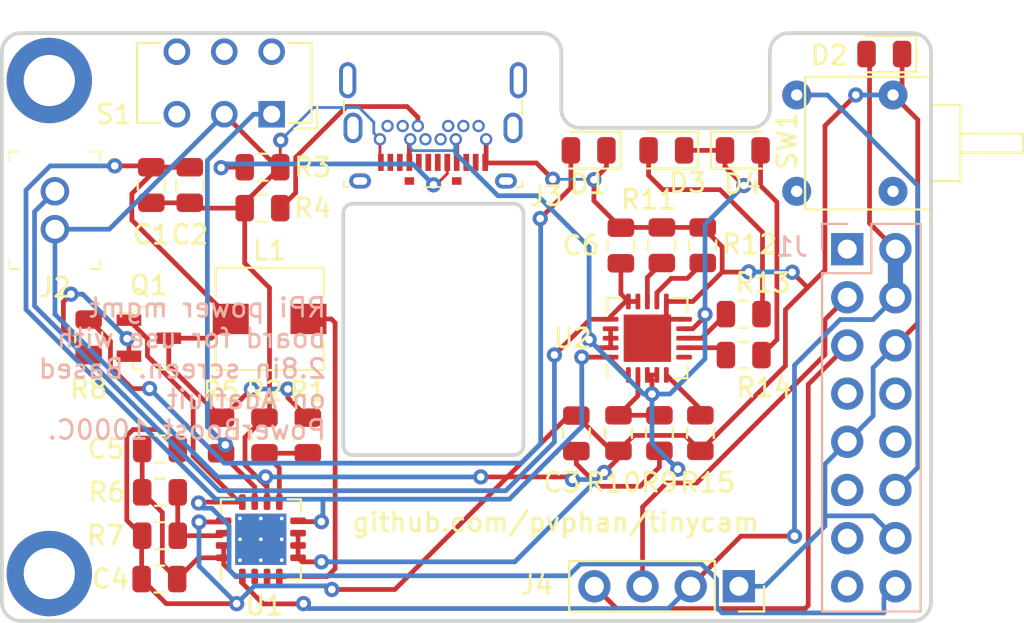
<source format=kicad_pcb>
(kicad_pcb (version 20171130) (host pcbnew 5.1.6-c6e7f7d~87~ubuntu20.04.1)

  (general
    (thickness 1.6)
    (drawings 42)
    (tracks 388)
    (zones 0)
    (modules 37)
    (nets 54)
  )

  (page A4)
  (layers
    (0 F.Cu signal)
    (31 B.Cu signal)
    (32 B.Adhes user)
    (33 F.Adhes user)
    (34 B.Paste user)
    (35 F.Paste user)
    (36 B.SilkS user)
    (37 F.SilkS user)
    (38 B.Mask user)
    (39 F.Mask user)
    (40 Dwgs.User user)
    (41 Cmts.User user)
    (42 Eco1.User user)
    (43 Eco2.User user)
    (44 Edge.Cuts user)
    (45 Margin user)
    (46 B.CrtYd user)
    (47 F.CrtYd user)
    (48 B.Fab user hide)
    (49 F.Fab user hide)
  )

  (setup
    (last_trace_width 0.25)
    (trace_clearance 0.2)
    (zone_clearance 0.508)
    (zone_45_only no)
    (trace_min 0.2)
    (via_size 0.8)
    (via_drill 0.4)
    (via_min_size 0.4)
    (via_min_drill 0.3)
    (uvia_size 0.3)
    (uvia_drill 0.1)
    (uvias_allowed no)
    (uvia_min_size 0.2)
    (uvia_min_drill 0.1)
    (edge_width 0.05)
    (segment_width 0.2)
    (pcb_text_width 0.3)
    (pcb_text_size 1.5 1.5)
    (mod_edge_width 0.12)
    (mod_text_size 1 1)
    (mod_text_width 0.15)
    (pad_size 1.7 1.7)
    (pad_drill 1)
    (pad_to_mask_clearance 0.05)
    (aux_axis_origin 0 0)
    (visible_elements FFFFFF7F)
    (pcbplotparams
      (layerselection 0x010fc_ffffffff)
      (usegerberextensions false)
      (usegerberattributes true)
      (usegerberadvancedattributes true)
      (creategerberjobfile true)
      (excludeedgelayer true)
      (linewidth 0.100000)
      (plotframeref false)
      (viasonmask false)
      (mode 1)
      (useauxorigin false)
      (hpglpennumber 1)
      (hpglpenspeed 20)
      (hpglpendiameter 15.000000)
      (psnegative false)
      (psa4output false)
      (plotreference true)
      (plotvalue true)
      (plotinvisibletext false)
      (padsonsilk false)
      (subtractmaskfromsilk false)
      (outputformat 1)
      (mirror false)
      (drillshape 1)
      (scaleselection 1)
      (outputdirectory ""))
  )

  (net 0 "")
  (net 1 GND)
  (net 2 VBAT)
  (net 3 VBUS)
  (net 4 5.0V)
  (net 5 "Net-(C6-Pad1)")
  (net 6 "Net-(D1-Pad2)")
  (net 7 "Net-(D3-Pad2)")
  (net 8 "Net-(D4-Pad2)")
  (net 9 PI_3V3)
  (net 10 PI_BCM_2_SDA)
  (net 11 PI_BCM_3_SCL)
  (net 12 PI_BCM_4_GPCLK0)
  (net 13 PI_BCM_14_TXD)
  (net 14 PI_BCM_15_RXD)
  (net 15 PI_BCM_17)
  (net 16 PI_BCM_18_PWM0)
  (net 17 PI_BCM_27)
  (net 18 PI_BCM_22)
  (net 19 PI_BCM_23)
  (net 20 "Net-(L1-Pad2)")
  (net 21 "Net-(Q1-Pad2)")
  (net 22 "Net-(R1-Pad2)")
  (net 23 "Net-(R5-Pad2)")
  (net 24 "Net-(R6-Pad2)")
  (net 25 "Net-(R10-Pad1)")
  (net 26 "Net-(R11-Pad1)")
  (net 27 "Net-(R12-Pad1)")
  (net 28 "Net-(R13-Pad2)")
  (net 29 "Net-(R14-Pad2)")
  (net 30 "Net-(R15-Pad1)")
  (net 31 "Net-(S1-Pad3)")
  (net 32 "Net-(S1-Pad4)")
  (net 33 "Net-(S1-Pad5)")
  (net 34 "Net-(S1-Pad6)")
  (net 35 "Net-(U1-Pad2)")
  (net 36 "Net-(U1-Pad17)")
  (net 37 "Net-(U2-Pad6)")
  (net 38 "Net-(J3-PadB2)")
  (net 39 "Net-(J3-PadB3)")
  (net 40 "Net-(J3-PadB5)")
  (net 41 "Net-(J3-PadB8)")
  (net 42 "Net-(J3-PadB10)")
  (net 43 "Net-(J3-PadB11)")
  (net 44 "Net-(J3-PadB6)")
  (net 45 "Net-(J3-PadB7)")
  (net 46 "Net-(J3-PadA11)")
  (net 47 "Net-(J3-PadA10)")
  (net 48 "Net-(J3-PadA8)")
  (net 49 "Net-(J3-PadA7)")
  (net 50 "Net-(J3-PadA6)")
  (net 51 "Net-(J3-PadA5)")
  (net 52 "Net-(J3-PadA3)")
  (net 53 "Net-(J3-PadA2)")

  (net_class Default "This is the default net class."
    (clearance 0.2)
    (trace_width 0.25)
    (via_dia 0.8)
    (via_drill 0.4)
    (uvia_dia 0.3)
    (uvia_drill 0.1)
    (add_net 5.0V)
    (add_net GND)
    (add_net "Net-(C6-Pad1)")
    (add_net "Net-(D1-Pad2)")
    (add_net "Net-(D3-Pad2)")
    (add_net "Net-(D4-Pad2)")
    (add_net "Net-(J3-PadA10)")
    (add_net "Net-(J3-PadA11)")
    (add_net "Net-(J3-PadA2)")
    (add_net "Net-(J3-PadA3)")
    (add_net "Net-(J3-PadA5)")
    (add_net "Net-(J3-PadA6)")
    (add_net "Net-(J3-PadA7)")
    (add_net "Net-(J3-PadA8)")
    (add_net "Net-(J3-PadB10)")
    (add_net "Net-(J3-PadB11)")
    (add_net "Net-(J3-PadB2)")
    (add_net "Net-(J3-PadB3)")
    (add_net "Net-(J3-PadB5)")
    (add_net "Net-(J3-PadB6)")
    (add_net "Net-(J3-PadB7)")
    (add_net "Net-(J3-PadB8)")
    (add_net "Net-(L1-Pad2)")
    (add_net "Net-(Q1-Pad2)")
    (add_net "Net-(R1-Pad2)")
    (add_net "Net-(R10-Pad1)")
    (add_net "Net-(R11-Pad1)")
    (add_net "Net-(R12-Pad1)")
    (add_net "Net-(R13-Pad2)")
    (add_net "Net-(R14-Pad2)")
    (add_net "Net-(R15-Pad1)")
    (add_net "Net-(R5-Pad2)")
    (add_net "Net-(R6-Pad2)")
    (add_net "Net-(S1-Pad3)")
    (add_net "Net-(S1-Pad4)")
    (add_net "Net-(S1-Pad5)")
    (add_net "Net-(S1-Pad6)")
    (add_net "Net-(U1-Pad17)")
    (add_net "Net-(U1-Pad2)")
    (add_net "Net-(U2-Pad6)")
    (add_net PI_3V3)
    (add_net PI_BCM_14_TXD)
    (add_net PI_BCM_15_RXD)
    (add_net PI_BCM_17)
    (add_net PI_BCM_18_PWM0)
    (add_net PI_BCM_22)
    (add_net PI_BCM_23)
    (add_net PI_BCM_27)
    (add_net PI_BCM_2_SDA)
    (add_net PI_BCM_3_SCL)
    (add_net PI_BCM_4_GPCLK0)
    (add_net VBAT)
    (add_net VBUS)
  )

  (module tinycam:FP11SPA1B1TP00 (layer F.Cu) (tedit 5F409F6E) (tstamp 5F41898E)
    (at 195.453 74.803 270)
    (path /5F5697F6)
    (fp_text reference SW1 (at -0.127 3.048 270) (layer F.SilkS)
      (effects (font (size 1 1) (thickness 0.15)))
    )
    (fp_text value SW_SPST (at 0.0254 5.8928 90) (layer F.Fab)
      (effects (font (size 1 1) (thickness 0.15)))
    )
    (fp_line (start -3.5 -4.5) (end 3.5 -4.5) (layer F.SilkS) (width 0.12))
    (fp_line (start -3.5 2.1) (end 3.5 2.1) (layer F.SilkS) (width 0.12))
    (fp_line (start 3.5 -4.5) (end 3.5 2.1) (layer F.SilkS) (width 0.12))
    (fp_line (start -3.5 -4.5) (end -3.5 2.1) (layer F.SilkS) (width 0.12))
    (fp_line (start -2 -4.5) (end -2 -6.1) (layer F.SilkS) (width 0.12))
    (fp_line (start -2 -6.1) (end 2 -6.1) (layer F.SilkS) (width 0.12))
    (fp_line (start 2 -6.1) (end 2 -4.5) (layer F.SilkS) (width 0.12))
    (fp_line (start -0.5 -9.4) (end -0.5 -6.1) (layer F.SilkS) (width 0.12))
    (fp_line (start -0.5 -9.4) (end 0.5 -9.4) (layer F.SilkS) (width 0.12))
    (fp_line (start 0.5 -9.4) (end 0.5 -6.1) (layer F.SilkS) (width 0.12))
    (pad 2 thru_hole circle (at -2.54 -2.54 270) (size 1.524 1.524) (drill 0.6) (layers *.Cu *.Mask)
      (net 1 GND))
    (pad 4 thru_hole circle (at 2.54 -2.54 270) (size 1.524 1.524) (drill 0.6) (layers *.Cu *.Mask))
    (pad 3 thru_hole circle (at 2.54 2.54 270) (size 1.524 1.524) (drill 0.6) (layers *.Cu *.Mask))
    (pad 1 thru_hole circle (at -2.54 2.54 270) (size 1.524 1.524) (drill 0.6) (layers *.Cu *.Mask)
      (net 16 PI_BCM_18_PWM0))
  )

  (module MountingHole:MountingHole_2.7mm_M2.5_ISO7380_Pad (layer F.Cu) (tedit 56D1B4CB) (tstamp 5F43E583)
    (at 153.5 97.5)
    (descr "Mounting Hole 2.7mm, M2.5, ISO7380")
    (tags "mounting hole 2.7mm m2.5 iso7380")
    (path /5F47B4E8)
    (attr virtual)
    (fp_text reference H2 (at 0 -0.091) (layer F.SilkS)
      (effects (font (size 1 1) (thickness 0.15)))
    )
    (fp_text value MountingHole (at 0 3.25) (layer F.Fab)
      (effects (font (size 1 1) (thickness 0.15)))
    )
    (fp_text user %R (at 0.3 0) (layer F.Fab)
      (effects (font (size 1 1) (thickness 0.15)))
    )
    (fp_circle (center 0 0) (end 2.25 0) (layer Cmts.User) (width 0.15))
    (fp_circle (center 0 0) (end 2.5 0) (layer F.CrtYd) (width 0.05))
    (pad 1 thru_hole circle (at 0 0) (size 4.5 4.5) (drill 2.7) (layers *.Cu *.Mask))
  )

  (module MountingHole:MountingHole_2.7mm_M2.5_ISO7380_Pad (layer F.Cu) (tedit 56D1B4CB) (tstamp 5F43DD42)
    (at 153.5 71.5)
    (descr "Mounting Hole 2.7mm, M2.5, ISO7380")
    (tags "mounting hole 2.7mm m2.5 iso7380")
    (path /5F479AFB)
    (attr virtual)
    (fp_text reference H1 (at 0.043 0.001) (layer F.SilkS)
      (effects (font (size 1 1) (thickness 0.15)))
    )
    (fp_text value MountingHole (at 0 3.25) (layer F.Fab)
      (effects (font (size 1 1) (thickness 0.15)))
    )
    (fp_text user %R (at 0.3 0) (layer F.Fab)
      (effects (font (size 1 1) (thickness 0.15)))
    )
    (fp_circle (center 0 0) (end 2.25 0) (layer Cmts.User) (width 0.15))
    (fp_circle (center 0 0) (end 2.5 0) (layer F.CrtYd) (width 0.05))
    (pad 1 thru_hole circle (at 0 0) (size 4.5 4.5) (drill 2.7) (layers *.Cu *.Mask))
  )

  (module Connector_PinSocket_2.54mm:PinSocket_1x04_P2.54mm_Vertical (layer F.Cu) (tedit 5A19A429) (tstamp 5F43D312)
    (at 189.865 98.171 270)
    (descr "Through hole straight socket strip, 1x04, 2.54mm pitch, single row (from Kicad 4.0.7), script generated")
    (tags "Through hole socket strip THT 1x04 2.54mm single row")
    (path /5F46CA4B)
    (fp_text reference J4 (at -0.0635 10.668 180) (layer F.SilkS)
      (effects (font (size 1 1) (thickness 0.15)))
    )
    (fp_text value Conn_01x04 (at 0 10.39 90) (layer F.Fab)
      (effects (font (size 1 1) (thickness 0.15)))
    )
    (fp_text user %R (at 0 3.81) (layer F.Fab)
      (effects (font (size 1 1) (thickness 0.15)))
    )
    (fp_line (start -1.27 -1.27) (end 0.635 -1.27) (layer F.Fab) (width 0.1))
    (fp_line (start 0.635 -1.27) (end 1.27 -0.635) (layer F.Fab) (width 0.1))
    (fp_line (start 1.27 -0.635) (end 1.27 8.89) (layer F.Fab) (width 0.1))
    (fp_line (start 1.27 8.89) (end -1.27 8.89) (layer F.Fab) (width 0.1))
    (fp_line (start -1.27 8.89) (end -1.27 -1.27) (layer F.Fab) (width 0.1))
    (fp_line (start -1.33 1.27) (end 1.33 1.27) (layer F.SilkS) (width 0.12))
    (fp_line (start -1.33 1.27) (end -1.33 8.95) (layer F.SilkS) (width 0.12))
    (fp_line (start -1.33 8.95) (end 1.33 8.95) (layer F.SilkS) (width 0.12))
    (fp_line (start 1.33 1.27) (end 1.33 8.95) (layer F.SilkS) (width 0.12))
    (fp_line (start 1.33 -1.33) (end 1.33 0) (layer F.SilkS) (width 0.12))
    (fp_line (start 0 -1.33) (end 1.33 -1.33) (layer F.SilkS) (width 0.12))
    (fp_line (start -1.8 -1.8) (end 1.75 -1.8) (layer F.CrtYd) (width 0.05))
    (fp_line (start 1.75 -1.8) (end 1.75 9.4) (layer F.CrtYd) (width 0.05))
    (fp_line (start 1.75 9.4) (end -1.8 9.4) (layer F.CrtYd) (width 0.05))
    (fp_line (start -1.8 9.4) (end -1.8 -1.8) (layer F.CrtYd) (width 0.05))
    (pad 4 thru_hole oval (at 0 7.62 270) (size 1.7 1.7) (drill 1) (layers *.Cu *.Mask)
      (net 11 PI_BCM_3_SCL))
    (pad 3 thru_hole oval (at 0 5.08 270) (size 1.7 1.7) (drill 1) (layers *.Cu *.Mask)
      (net 10 PI_BCM_2_SDA))
    (pad 2 thru_hole oval (at 0 2.54 270) (size 1.7 1.7) (drill 1) (layers *.Cu *.Mask)
      (net 4 5.0V))
    (pad 1 thru_hole rect (at 0 0 270) (size 1.7 1.7) (drill 1) (layers *.Cu *.Mask)
      (net 1 GND))
    (model ${KISYS3DMOD}/Connector_PinSocket_2.54mm.3dshapes/PinSocket_1x04_P2.54mm_Vertical.wrl
      (at (xyz 0 0 0))
      (scale (xyz 1 1 1))
      (rotate (xyz 0 0 0))
    )
  )

  (module Connector_PinSocket_2.54mm:PinSocket_2x08_P2.54mm_Vertical (layer B.Cu) (tedit 5A19A42B) (tstamp 5F41A1CB)
    (at 195.58 80.391 180)
    (descr "Through hole straight socket strip, 2x08, 2.54mm pitch, double cols (from Kicad 4.0.7), script generated")
    (tags "Through hole socket strip THT 2x08 2.54mm double row")
    (path /5F8C44B2)
    (fp_text reference J1 (at 2.921 0.127) (layer B.SilkS)
      (effects (font (size 1 1) (thickness 0.15)) (justify mirror))
    )
    (fp_text value Conn_02x08_Odd_Even (at -1.27 -20.55) (layer B.Fab)
      (effects (font (size 1 1) (thickness 0.15)) (justify mirror))
    )
    (fp_text user %R (at -1.27 -8.89 270) (layer B.Fab)
      (effects (font (size 1 1) (thickness 0.15)) (justify mirror))
    )
    (fp_line (start -3.81 1.27) (end 0.27 1.27) (layer B.Fab) (width 0.1))
    (fp_line (start 0.27 1.27) (end 1.27 0.27) (layer B.Fab) (width 0.1))
    (fp_line (start 1.27 0.27) (end 1.27 -19.05) (layer B.Fab) (width 0.1))
    (fp_line (start 1.27 -19.05) (end -3.81 -19.05) (layer B.Fab) (width 0.1))
    (fp_line (start -3.81 -19.05) (end -3.81 1.27) (layer B.Fab) (width 0.1))
    (fp_line (start -3.87 1.33) (end -1.27 1.33) (layer B.SilkS) (width 0.12))
    (fp_line (start -3.87 1.33) (end -3.87 -19.11) (layer B.SilkS) (width 0.12))
    (fp_line (start -3.87 -19.11) (end 1.33 -19.11) (layer B.SilkS) (width 0.12))
    (fp_line (start 1.33 -1.27) (end 1.33 -19.11) (layer B.SilkS) (width 0.12))
    (fp_line (start -1.27 -1.27) (end 1.33 -1.27) (layer B.SilkS) (width 0.12))
    (fp_line (start -1.27 1.33) (end -1.27 -1.27) (layer B.SilkS) (width 0.12))
    (fp_line (start 1.33 1.33) (end 1.33 0) (layer B.SilkS) (width 0.12))
    (fp_line (start 0 1.33) (end 1.33 1.33) (layer B.SilkS) (width 0.12))
    (fp_line (start -4.34 1.8) (end 1.76 1.8) (layer B.CrtYd) (width 0.05))
    (fp_line (start 1.76 1.8) (end 1.76 -19.55) (layer B.CrtYd) (width 0.05))
    (fp_line (start 1.76 -19.55) (end -4.34 -19.55) (layer B.CrtYd) (width 0.05))
    (fp_line (start -4.34 -19.55) (end -4.34 1.8) (layer B.CrtYd) (width 0.05))
    (pad 16 thru_hole oval (at -2.54 -17.78 180) (size 1.7 1.7) (drill 1) (layers *.Cu *.Mask)
      (net 19 PI_BCM_23))
    (pad 15 thru_hole oval (at 0 -17.78 180) (size 1.7 1.7) (drill 1) (layers *.Cu *.Mask)
      (net 18 PI_BCM_22))
    (pad 14 thru_hole oval (at -2.54 -15.24 180) (size 1.7 1.7) (drill 1) (layers *.Cu *.Mask)
      (net 1 GND))
    (pad 13 thru_hole oval (at 0 -15.24 180) (size 1.7 1.7) (drill 1) (layers *.Cu *.Mask)
      (net 17 PI_BCM_27))
    (pad 12 thru_hole oval (at -2.54 -12.7 180) (size 1.7 1.7) (drill 1) (layers *.Cu *.Mask)
      (net 16 PI_BCM_18_PWM0))
    (pad 11 thru_hole oval (at 0 -12.7 180) (size 1.7 1.7) (drill 1) (layers *.Cu *.Mask)
      (net 15 PI_BCM_17))
    (pad 10 thru_hole oval (at -2.54 -10.16 180) (size 1.7 1.7) (drill 1) (layers *.Cu *.Mask)
      (net 14 PI_BCM_15_RXD))
    (pad 9 thru_hole oval (at 0 -10.16 180) (size 1.7 1.7) (drill 1) (layers *.Cu *.Mask)
      (net 1 GND))
    (pad 8 thru_hole oval (at -2.54 -7.62 180) (size 1.7 1.7) (drill 1) (layers *.Cu *.Mask)
      (net 13 PI_BCM_14_TXD))
    (pad 7 thru_hole oval (at 0 -7.62 180) (size 1.7 1.7) (drill 1) (layers *.Cu *.Mask)
      (net 12 PI_BCM_4_GPCLK0))
    (pad 6 thru_hole oval (at -2.54 -5.08 180) (size 1.7 1.7) (drill 1) (layers *.Cu *.Mask)
      (net 1 GND))
    (pad 5 thru_hole oval (at 0 -5.08 180) (size 1.7 1.7) (drill 1) (layers *.Cu *.Mask)
      (net 11 PI_BCM_3_SCL))
    (pad 4 thru_hole oval (at -2.54 -2.54 180) (size 1.7 1.7) (drill 1) (layers *.Cu *.Mask)
      (net 4 5.0V))
    (pad 3 thru_hole oval (at 0 -2.54 180) (size 1.7 1.7) (drill 1) (layers *.Cu *.Mask)
      (net 10 PI_BCM_2_SDA))
    (pad 2 thru_hole oval (at -2.54 0 180) (size 1.7 1.7) (drill 1) (layers *.Cu *.Mask)
      (net 4 5.0V))
    (pad 1 thru_hole rect (at 0 0 180) (size 1.7 1.7) (drill 1) (layers *.Cu *.Mask)
      (net 9 PI_3V3))
    (model ${KISYS3DMOD}/Connector_PinSocket_2.54mm.3dshapes/PinSocket_2x08_P2.54mm_Vertical.wrl
      (at (xyz 0 0 0))
      (scale (xyz 1 1 1))
      (rotate (xyz 0 0 0))
    )
  )

  (module Resistor_SMD:R_0805_2012Metric (layer F.Cu) (tedit 5B36C52B) (tstamp 5F4384B2)
    (at 187.833 90.0915 270)
    (descr "Resistor SMD 0805 (2012 Metric), square (rectangular) end terminal, IPC_7351 nominal, (Body size source: https://docs.google.com/spreadsheets/d/1BsfQQcO9C6DZCsRaXUlFlo91Tg2WpOkGARC1WS5S8t0/edit?usp=sharing), generated with kicad-footprint-generator")
    (tags resistor)
    (path /5F54A894)
    (attr smd)
    (fp_text reference R15 (at 2.6185 -0.381 180) (layer F.SilkS)
      (effects (font (size 1 1) (thickness 0.15)))
    )
    (fp_text value 15K (at 0 1.65 90) (layer F.Fab)
      (effects (font (size 1 1) (thickness 0.15)))
    )
    (fp_text user %R (at 0 0 90) (layer F.Fab)
      (effects (font (size 0.5 0.5) (thickness 0.08)))
    )
    (fp_line (start -1 0.6) (end -1 -0.6) (layer F.Fab) (width 0.1))
    (fp_line (start -1 -0.6) (end 1 -0.6) (layer F.Fab) (width 0.1))
    (fp_line (start 1 -0.6) (end 1 0.6) (layer F.Fab) (width 0.1))
    (fp_line (start 1 0.6) (end -1 0.6) (layer F.Fab) (width 0.1))
    (fp_line (start -0.258578 -0.71) (end 0.258578 -0.71) (layer F.SilkS) (width 0.12))
    (fp_line (start -0.258578 0.71) (end 0.258578 0.71) (layer F.SilkS) (width 0.12))
    (fp_line (start -1.68 0.95) (end -1.68 -0.95) (layer F.CrtYd) (width 0.05))
    (fp_line (start -1.68 -0.95) (end 1.68 -0.95) (layer F.CrtYd) (width 0.05))
    (fp_line (start 1.68 -0.95) (end 1.68 0.95) (layer F.CrtYd) (width 0.05))
    (fp_line (start 1.68 0.95) (end -1.68 0.95) (layer F.CrtYd) (width 0.05))
    (pad 2 smd roundrect (at 0.9375 0 270) (size 0.975 1.4) (layers F.Cu F.Paste F.Mask) (roundrect_rratio 0.25)
      (net 1 GND))
    (pad 1 smd roundrect (at -0.9375 0 270) (size 0.975 1.4) (layers F.Cu F.Paste F.Mask) (roundrect_rratio 0.25)
      (net 30 "Net-(R15-Pad1)"))
    (model ${KISYS3DMOD}/Resistor_SMD.3dshapes/R_0805_2012Metric.wrl
      (at (xyz 0 0 0))
      (scale (xyz 1 1 1))
      (rotate (xyz 0 0 0))
    )
  )

  (module Resistor_SMD:R_0805_2012Metric (layer F.Cu) (tedit 5B36C52B) (tstamp 5F41A5F7)
    (at 190.119 85.979 180)
    (descr "Resistor SMD 0805 (2012 Metric), square (rectangular) end terminal, IPC_7351 nominal, (Body size source: https://docs.google.com/spreadsheets/d/1BsfQQcO9C6DZCsRaXUlFlo91Tg2WpOkGARC1WS5S8t0/edit?usp=sharing), generated with kicad-footprint-generator")
    (tags resistor)
    (path /604AC6FE)
    (attr smd)
    (fp_text reference R14 (at -1.0795 -1.7145 180) (layer F.SilkS)
      (effects (font (size 1 1) (thickness 0.15)))
    )
    (fp_text value 1K (at 0 1.65) (layer F.Fab)
      (effects (font (size 1 1) (thickness 0.15)))
    )
    (fp_text user %R (at 0 0 270) (layer F.Fab)
      (effects (font (size 0.5 0.5) (thickness 0.08)))
    )
    (fp_line (start -1 0.6) (end -1 -0.6) (layer F.Fab) (width 0.1))
    (fp_line (start -1 -0.6) (end 1 -0.6) (layer F.Fab) (width 0.1))
    (fp_line (start 1 -0.6) (end 1 0.6) (layer F.Fab) (width 0.1))
    (fp_line (start 1 0.6) (end -1 0.6) (layer F.Fab) (width 0.1))
    (fp_line (start -0.258578 -0.71) (end 0.258578 -0.71) (layer F.SilkS) (width 0.12))
    (fp_line (start -0.258578 0.71) (end 0.258578 0.71) (layer F.SilkS) (width 0.12))
    (fp_line (start -1.68 0.95) (end -1.68 -0.95) (layer F.CrtYd) (width 0.05))
    (fp_line (start -1.68 -0.95) (end 1.68 -0.95) (layer F.CrtYd) (width 0.05))
    (fp_line (start 1.68 -0.95) (end 1.68 0.95) (layer F.CrtYd) (width 0.05))
    (fp_line (start 1.68 0.95) (end -1.68 0.95) (layer F.CrtYd) (width 0.05))
    (pad 2 smd roundrect (at 0.9375 0 180) (size 0.975 1.4) (layers F.Cu F.Paste F.Mask) (roundrect_rratio 0.25)
      (net 29 "Net-(R14-Pad2)"))
    (pad 1 smd roundrect (at -0.9375 0 180) (size 0.975 1.4) (layers F.Cu F.Paste F.Mask) (roundrect_rratio 0.25)
      (net 8 "Net-(D4-Pad2)"))
    (model ${KISYS3DMOD}/Resistor_SMD.3dshapes/R_0805_2012Metric.wrl
      (at (xyz 0 0 0))
      (scale (xyz 1 1 1))
      (rotate (xyz 0 0 0))
    )
  )

  (module Resistor_SMD:R_0805_2012Metric (layer F.Cu) (tedit 5B36C52B) (tstamp 5F41A621)
    (at 190.119 83.82 180)
    (descr "Resistor SMD 0805 (2012 Metric), square (rectangular) end terminal, IPC_7351 nominal, (Body size source: https://docs.google.com/spreadsheets/d/1BsfQQcO9C6DZCsRaXUlFlo91Tg2WpOkGARC1WS5S8t0/edit?usp=sharing), generated with kicad-footprint-generator")
    (tags resistor)
    (path /604ABE5C)
    (attr smd)
    (fp_text reference R13 (at -1.016 1.651 180) (layer F.SilkS)
      (effects (font (size 1 1) (thickness 0.15)))
    )
    (fp_text value 1K (at 0 1.65) (layer F.Fab)
      (effects (font (size 1 1) (thickness 0.15)))
    )
    (fp_text user %R (at 0 0) (layer F.Fab)
      (effects (font (size 0.5 0.5) (thickness 0.08)))
    )
    (fp_line (start -1 0.6) (end -1 -0.6) (layer F.Fab) (width 0.1))
    (fp_line (start -1 -0.6) (end 1 -0.6) (layer F.Fab) (width 0.1))
    (fp_line (start 1 -0.6) (end 1 0.6) (layer F.Fab) (width 0.1))
    (fp_line (start 1 0.6) (end -1 0.6) (layer F.Fab) (width 0.1))
    (fp_line (start -0.258578 -0.71) (end 0.258578 -0.71) (layer F.SilkS) (width 0.12))
    (fp_line (start -0.258578 0.71) (end 0.258578 0.71) (layer F.SilkS) (width 0.12))
    (fp_line (start -1.68 0.95) (end -1.68 -0.95) (layer F.CrtYd) (width 0.05))
    (fp_line (start -1.68 -0.95) (end 1.68 -0.95) (layer F.CrtYd) (width 0.05))
    (fp_line (start 1.68 -0.95) (end 1.68 0.95) (layer F.CrtYd) (width 0.05))
    (fp_line (start 1.68 0.95) (end -1.68 0.95) (layer F.CrtYd) (width 0.05))
    (pad 2 smd roundrect (at 0.9375 0 180) (size 0.975 1.4) (layers F.Cu F.Paste F.Mask) (roundrect_rratio 0.25)
      (net 28 "Net-(R13-Pad2)"))
    (pad 1 smd roundrect (at -0.9375 0 180) (size 0.975 1.4) (layers F.Cu F.Paste F.Mask) (roundrect_rratio 0.25)
      (net 7 "Net-(D3-Pad2)"))
    (model ${KISYS3DMOD}/Resistor_SMD.3dshapes/R_0805_2012Metric.wrl
      (at (xyz 0 0 0))
      (scale (xyz 1 1 1))
      (rotate (xyz 0 0 0))
    )
  )

  (module Resistor_SMD:R_0805_2012Metric (layer F.Cu) (tedit 5B36C52B) (tstamp 5F41A5CD)
    (at 187.96 80.1855 90)
    (descr "Resistor SMD 0805 (2012 Metric), square (rectangular) end terminal, IPC_7351 nominal, (Body size source: https://docs.google.com/spreadsheets/d/1BsfQQcO9C6DZCsRaXUlFlo91Tg2WpOkGARC1WS5S8t0/edit?usp=sharing), generated with kicad-footprint-generator")
    (tags resistor)
    (path /6028202F)
    (attr smd)
    (fp_text reference R12 (at 0.0485 2.4765 180) (layer F.SilkS)
      (effects (font (size 1 1) (thickness 0.15)))
    )
    (fp_text value 100K (at 0 1.65 90) (layer F.Fab)
      (effects (font (size 1 1) (thickness 0.15)))
    )
    (fp_text user %R (at 0 0 90) (layer F.Fab)
      (effects (font (size 0.5 0.5) (thickness 0.08)))
    )
    (fp_line (start -1 0.6) (end -1 -0.6) (layer F.Fab) (width 0.1))
    (fp_line (start -1 -0.6) (end 1 -0.6) (layer F.Fab) (width 0.1))
    (fp_line (start 1 -0.6) (end 1 0.6) (layer F.Fab) (width 0.1))
    (fp_line (start 1 0.6) (end -1 0.6) (layer F.Fab) (width 0.1))
    (fp_line (start -0.258578 -0.71) (end 0.258578 -0.71) (layer F.SilkS) (width 0.12))
    (fp_line (start -0.258578 0.71) (end 0.258578 0.71) (layer F.SilkS) (width 0.12))
    (fp_line (start -1.68 0.95) (end -1.68 -0.95) (layer F.CrtYd) (width 0.05))
    (fp_line (start -1.68 -0.95) (end 1.68 -0.95) (layer F.CrtYd) (width 0.05))
    (fp_line (start 1.68 -0.95) (end 1.68 0.95) (layer F.CrtYd) (width 0.05))
    (fp_line (start 1.68 0.95) (end -1.68 0.95) (layer F.CrtYd) (width 0.05))
    (pad 2 smd roundrect (at 0.9375 0 90) (size 0.975 1.4) (layers F.Cu F.Paste F.Mask) (roundrect_rratio 0.25)
      (net 1 GND))
    (pad 1 smd roundrect (at -0.9375 0 90) (size 0.975 1.4) (layers F.Cu F.Paste F.Mask) (roundrect_rratio 0.25)
      (net 27 "Net-(R12-Pad1)"))
    (model ${KISYS3DMOD}/Resistor_SMD.3dshapes/R_0805_2012Metric.wrl
      (at (xyz 0 0 0))
      (scale (xyz 1 1 1))
      (rotate (xyz 0 0 0))
    )
  )

  (module Resistor_SMD:R_0805_2012Metric (layer F.Cu) (tedit 5B36C52B) (tstamp 5F41A5A3)
    (at 185.801 80.1855 90)
    (descr "Resistor SMD 0805 (2012 Metric), square (rectangular) end terminal, IPC_7351 nominal, (Body size source: https://docs.google.com/spreadsheets/d/1BsfQQcO9C6DZCsRaXUlFlo91Tg2WpOkGARC1WS5S8t0/edit?usp=sharing), generated with kicad-footprint-generator")
    (tags resistor)
    (path /602822E0)
    (attr smd)
    (fp_text reference R11 (at 2.398 -0.6985 180) (layer F.SilkS)
      (effects (font (size 1 1) (thickness 0.15)))
    )
    (fp_text value 1K (at 0 1.65 90) (layer F.Fab)
      (effects (font (size 1 1) (thickness 0.15)))
    )
    (fp_text user %R (at 0 0 90) (layer F.Fab)
      (effects (font (size 0.5 0.5) (thickness 0.08)))
    )
    (fp_line (start -1 0.6) (end -1 -0.6) (layer F.Fab) (width 0.1))
    (fp_line (start -1 -0.6) (end 1 -0.6) (layer F.Fab) (width 0.1))
    (fp_line (start 1 -0.6) (end 1 0.6) (layer F.Fab) (width 0.1))
    (fp_line (start 1 0.6) (end -1 0.6) (layer F.Fab) (width 0.1))
    (fp_line (start -0.258578 -0.71) (end 0.258578 -0.71) (layer F.SilkS) (width 0.12))
    (fp_line (start -0.258578 0.71) (end 0.258578 0.71) (layer F.SilkS) (width 0.12))
    (fp_line (start -1.68 0.95) (end -1.68 -0.95) (layer F.CrtYd) (width 0.05))
    (fp_line (start -1.68 -0.95) (end 1.68 -0.95) (layer F.CrtYd) (width 0.05))
    (fp_line (start 1.68 -0.95) (end 1.68 0.95) (layer F.CrtYd) (width 0.05))
    (fp_line (start 1.68 0.95) (end -1.68 0.95) (layer F.CrtYd) (width 0.05))
    (pad 2 smd roundrect (at 0.9375 0 90) (size 0.975 1.4) (layers F.Cu F.Paste F.Mask) (roundrect_rratio 0.25)
      (net 1 GND))
    (pad 1 smd roundrect (at -0.9375 0 90) (size 0.975 1.4) (layers F.Cu F.Paste F.Mask) (roundrect_rratio 0.25)
      (net 26 "Net-(R11-Pad1)"))
    (model ${KISYS3DMOD}/Resistor_SMD.3dshapes/R_0805_2012Metric.wrl
      (at (xyz 0 0 0))
      (scale (xyz 1 1 1))
      (rotate (xyz 0 0 0))
    )
  )

  (module Resistor_SMD:R_0805_2012Metric (layer F.Cu) (tedit 5B36C52B) (tstamp 5F438482)
    (at 183.515 90.0915 270)
    (descr "Resistor SMD 0805 (2012 Metric), square (rectangular) end terminal, IPC_7351 nominal, (Body size source: https://docs.google.com/spreadsheets/d/1BsfQQcO9C6DZCsRaXUlFlo91Tg2WpOkGARC1WS5S8t0/edit?usp=sharing), generated with kicad-footprint-generator")
    (tags resistor)
    (path /60213048)
    (attr smd)
    (fp_text reference R10 (at 2.6185 0.254 180) (layer F.SilkS)
      (effects (font (size 1 1) (thickness 0.15)))
    )
    (fp_text value 100K (at 0 1.65 90) (layer F.Fab)
      (effects (font (size 1 1) (thickness 0.15)))
    )
    (fp_text user %R (at 0 0 90) (layer F.Fab)
      (effects (font (size 0.5 0.5) (thickness 0.08)))
    )
    (fp_line (start -1 0.6) (end -1 -0.6) (layer F.Fab) (width 0.1))
    (fp_line (start -1 -0.6) (end 1 -0.6) (layer F.Fab) (width 0.1))
    (fp_line (start 1 -0.6) (end 1 0.6) (layer F.Fab) (width 0.1))
    (fp_line (start 1 0.6) (end -1 0.6) (layer F.Fab) (width 0.1))
    (fp_line (start -0.258578 -0.71) (end 0.258578 -0.71) (layer F.SilkS) (width 0.12))
    (fp_line (start -0.258578 0.71) (end 0.258578 0.71) (layer F.SilkS) (width 0.12))
    (fp_line (start -1.68 0.95) (end -1.68 -0.95) (layer F.CrtYd) (width 0.05))
    (fp_line (start -1.68 -0.95) (end 1.68 -0.95) (layer F.CrtYd) (width 0.05))
    (fp_line (start 1.68 -0.95) (end 1.68 0.95) (layer F.CrtYd) (width 0.05))
    (fp_line (start 1.68 0.95) (end -1.68 0.95) (layer F.CrtYd) (width 0.05))
    (pad 2 smd roundrect (at 0.9375 0 270) (size 0.975 1.4) (layers F.Cu F.Paste F.Mask) (roundrect_rratio 0.25)
      (net 1 GND))
    (pad 1 smd roundrect (at -0.9375 0 270) (size 0.975 1.4) (layers F.Cu F.Paste F.Mask) (roundrect_rratio 0.25)
      (net 25 "Net-(R10-Pad1)"))
    (model ${KISYS3DMOD}/Resistor_SMD.3dshapes/R_0805_2012Metric.wrl
      (at (xyz 0 0 0))
      (scale (xyz 1 1 1))
      (rotate (xyz 0 0 0))
    )
  )

  (module Resistor_SMD:R_0805_2012Metric (layer F.Cu) (tedit 5B36C52B) (tstamp 5F438452)
    (at 185.674 90.0915 90)
    (descr "Resistor SMD 0805 (2012 Metric), square (rectangular) end terminal, IPC_7351 nominal, (Body size source: https://docs.google.com/spreadsheets/d/1BsfQQcO9C6DZCsRaXUlFlo91Tg2WpOkGARC1WS5S8t0/edit?usp=sharing), generated with kicad-footprint-generator")
    (tags resistor)
    (path /6021171C)
    (attr smd)
    (fp_text reference R9 (at -2.6185 0 180) (layer F.SilkS)
      (effects (font (size 1 1) (thickness 0.15)))
    )
    (fp_text value 270K (at 0 1.524 90) (layer F.Fab)
      (effects (font (size 1 1) (thickness 0.15)))
    )
    (fp_text user %R (at 0 0 90) (layer F.Fab)
      (effects (font (size 0.5 0.5) (thickness 0.08)))
    )
    (fp_line (start -1 0.6) (end -1 -0.6) (layer F.Fab) (width 0.1))
    (fp_line (start -1 -0.6) (end 1 -0.6) (layer F.Fab) (width 0.1))
    (fp_line (start 1 -0.6) (end 1 0.6) (layer F.Fab) (width 0.1))
    (fp_line (start 1 0.6) (end -1 0.6) (layer F.Fab) (width 0.1))
    (fp_line (start -0.258578 -0.71) (end 0.258578 -0.71) (layer F.SilkS) (width 0.12))
    (fp_line (start -0.258578 0.71) (end 0.258578 0.71) (layer F.SilkS) (width 0.12))
    (fp_line (start -1.68 0.95) (end -1.68 -0.95) (layer F.CrtYd) (width 0.05))
    (fp_line (start -1.68 -0.95) (end 1.68 -0.95) (layer F.CrtYd) (width 0.05))
    (fp_line (start 1.68 -0.95) (end 1.68 0.95) (layer F.CrtYd) (width 0.05))
    (fp_line (start 1.68 0.95) (end -1.68 0.95) (layer F.CrtYd) (width 0.05))
    (pad 2 smd roundrect (at 0.9375 0 90) (size 0.975 1.4) (layers F.Cu F.Paste F.Mask) (roundrect_rratio 0.25)
      (net 25 "Net-(R10-Pad1)"))
    (pad 1 smd roundrect (at -0.9375 0 90) (size 0.975 1.4) (layers F.Cu F.Paste F.Mask) (roundrect_rratio 0.25)
      (net 3 VBUS))
    (model ${KISYS3DMOD}/Resistor_SMD.3dshapes/R_0805_2012Metric.wrl
      (at (xyz 0 0 0))
      (scale (xyz 1 1 1))
      (rotate (xyz 0 0 0))
    )
  )

  (module Resistor_SMD:R_0805_2012Metric (layer F.Cu) (tedit 5B36C52B) (tstamp 5F418730)
    (at 155.575 85.0415 90)
    (descr "Resistor SMD 0805 (2012 Metric), square (rectangular) end terminal, IPC_7351 nominal, (Body size source: https://docs.google.com/spreadsheets/d/1BsfQQcO9C6DZCsRaXUlFlo91Tg2WpOkGARC1WS5S8t0/edit?usp=sharing), generated with kicad-footprint-generator")
    (tags resistor)
    (path /5F6F23A9)
    (attr smd)
    (fp_text reference R8 (at -2.7155 0 180) (layer F.SilkS)
      (effects (font (size 1 1) (thickness 0.15)))
    )
    (fp_text value 1K (at 0 1.65 90) (layer F.Fab)
      (effects (font (size 1 1) (thickness 0.15)))
    )
    (fp_text user %R (at 0 0 90) (layer F.Fab)
      (effects (font (size 0.5 0.5) (thickness 0.08)))
    )
    (fp_line (start -1 0.6) (end -1 -0.6) (layer F.Fab) (width 0.1))
    (fp_line (start -1 -0.6) (end 1 -0.6) (layer F.Fab) (width 0.1))
    (fp_line (start 1 -0.6) (end 1 0.6) (layer F.Fab) (width 0.1))
    (fp_line (start 1 0.6) (end -1 0.6) (layer F.Fab) (width 0.1))
    (fp_line (start -0.258578 -0.71) (end 0.258578 -0.71) (layer F.SilkS) (width 0.12))
    (fp_line (start -0.258578 0.71) (end 0.258578 0.71) (layer F.SilkS) (width 0.12))
    (fp_line (start -1.68 0.95) (end -1.68 -0.95) (layer F.CrtYd) (width 0.05))
    (fp_line (start -1.68 -0.95) (end 1.68 -0.95) (layer F.CrtYd) (width 0.05))
    (fp_line (start 1.68 -0.95) (end 1.68 0.95) (layer F.CrtYd) (width 0.05))
    (fp_line (start 1.68 0.95) (end -1.68 0.95) (layer F.CrtYd) (width 0.05))
    (pad 2 smd roundrect (at 0.9375 0 90) (size 0.975 1.4) (layers F.Cu F.Paste F.Mask) (roundrect_rratio 0.25)
      (net 6 "Net-(D1-Pad2)"))
    (pad 1 smd roundrect (at -0.9375 0 90) (size 0.975 1.4) (layers F.Cu F.Paste F.Mask) (roundrect_rratio 0.25)
      (net 21 "Net-(Q1-Pad2)"))
    (model ${KISYS3DMOD}/Resistor_SMD.3dshapes/R_0805_2012Metric.wrl
      (at (xyz 0 0 0))
      (scale (xyz 1 1 1))
      (rotate (xyz 0 0 0))
    )
  )

  (module Resistor_SMD:R_0805_2012Metric (layer F.Cu) (tedit 5B36C52B) (tstamp 5F4188D7)
    (at 159.3365 95.504 180)
    (descr "Resistor SMD 0805 (2012 Metric), square (rectangular) end terminal, IPC_7351 nominal, (Body size source: https://docs.google.com/spreadsheets/d/1BsfQQcO9C6DZCsRaXUlFlo91Tg2WpOkGARC1WS5S8t0/edit?usp=sharing), generated with kicad-footprint-generator")
    (tags resistor)
    (path /5F8CAE07)
    (attr smd)
    (fp_text reference R7 (at 2.8725 0) (layer F.SilkS)
      (effects (font (size 1 1) (thickness 0.15)))
    )
    (fp_text value 200K (at 0 1.65) (layer F.Fab)
      (effects (font (size 1 1) (thickness 0.15)))
    )
    (fp_text user %R (at 0 0) (layer F.Fab)
      (effects (font (size 0.5 0.5) (thickness 0.08)))
    )
    (fp_line (start -1 0.6) (end -1 -0.6) (layer F.Fab) (width 0.1))
    (fp_line (start -1 -0.6) (end 1 -0.6) (layer F.Fab) (width 0.1))
    (fp_line (start 1 -0.6) (end 1 0.6) (layer F.Fab) (width 0.1))
    (fp_line (start 1 0.6) (end -1 0.6) (layer F.Fab) (width 0.1))
    (fp_line (start -0.258578 -0.71) (end 0.258578 -0.71) (layer F.SilkS) (width 0.12))
    (fp_line (start -0.258578 0.71) (end 0.258578 0.71) (layer F.SilkS) (width 0.12))
    (fp_line (start -1.68 0.95) (end -1.68 -0.95) (layer F.CrtYd) (width 0.05))
    (fp_line (start -1.68 -0.95) (end 1.68 -0.95) (layer F.CrtYd) (width 0.05))
    (fp_line (start 1.68 -0.95) (end 1.68 0.95) (layer F.CrtYd) (width 0.05))
    (fp_line (start 1.68 0.95) (end -1.68 0.95) (layer F.CrtYd) (width 0.05))
    (pad 2 smd roundrect (at 0.9375 0 180) (size 0.975 1.4) (layers F.Cu F.Paste F.Mask) (roundrect_rratio 0.25)
      (net 1 GND))
    (pad 1 smd roundrect (at -0.9375 0 180) (size 0.975 1.4) (layers F.Cu F.Paste F.Mask) (roundrect_rratio 0.25)
      (net 24 "Net-(R6-Pad2)"))
    (model ${KISYS3DMOD}/Resistor_SMD.3dshapes/R_0805_2012Metric.wrl
      (at (xyz 0 0 0))
      (scale (xyz 1 1 1))
      (rotate (xyz 0 0 0))
    )
  )

  (module Resistor_SMD:R_0805_2012Metric (layer F.Cu) (tedit 5B36C52B) (tstamp 5F418706)
    (at 159.3365 93.218)
    (descr "Resistor SMD 0805 (2012 Metric), square (rectangular) end terminal, IPC_7351 nominal, (Body size source: https://docs.google.com/spreadsheets/d/1BsfQQcO9C6DZCsRaXUlFlo91Tg2WpOkGARC1WS5S8t0/edit?usp=sharing), generated with kicad-footprint-generator")
    (tags resistor)
    (path /5F8BEB0C)
    (attr smd)
    (fp_text reference R6 (at -2.794 0) (layer F.SilkS)
      (effects (font (size 1 1) (thickness 0.15)))
    )
    (fp_text value 1.87M (at 0 1.65) (layer F.Fab)
      (effects (font (size 1 1) (thickness 0.15)))
    )
    (fp_text user %R (at 0 0) (layer F.Fab)
      (effects (font (size 0.5 0.5) (thickness 0.08)))
    )
    (fp_line (start -1 0.6) (end -1 -0.6) (layer F.Fab) (width 0.1))
    (fp_line (start -1 -0.6) (end 1 -0.6) (layer F.Fab) (width 0.1))
    (fp_line (start 1 -0.6) (end 1 0.6) (layer F.Fab) (width 0.1))
    (fp_line (start 1 0.6) (end -1 0.6) (layer F.Fab) (width 0.1))
    (fp_line (start -0.258578 -0.71) (end 0.258578 -0.71) (layer F.SilkS) (width 0.12))
    (fp_line (start -0.258578 0.71) (end 0.258578 0.71) (layer F.SilkS) (width 0.12))
    (fp_line (start -1.68 0.95) (end -1.68 -0.95) (layer F.CrtYd) (width 0.05))
    (fp_line (start -1.68 -0.95) (end 1.68 -0.95) (layer F.CrtYd) (width 0.05))
    (fp_line (start 1.68 -0.95) (end 1.68 0.95) (layer F.CrtYd) (width 0.05))
    (fp_line (start 1.68 0.95) (end -1.68 0.95) (layer F.CrtYd) (width 0.05))
    (pad 2 smd roundrect (at 0.9375 0) (size 0.975 1.4) (layers F.Cu F.Paste F.Mask) (roundrect_rratio 0.25)
      (net 24 "Net-(R6-Pad2)"))
    (pad 1 smd roundrect (at -0.9375 0) (size 0.975 1.4) (layers F.Cu F.Paste F.Mask) (roundrect_rratio 0.25)
      (net 4 5.0V))
    (model ${KISYS3DMOD}/Resistor_SMD.3dshapes/R_0805_2012Metric.wrl
      (at (xyz 0 0 0))
      (scale (xyz 1 1 1))
      (rotate (xyz 0 0 0))
    )
  )

  (module Resistor_SMD:R_0805_2012Metric (layer F.Cu) (tedit 5B36C52B) (tstamp 5F418601)
    (at 162.56 90.2185 270)
    (descr "Resistor SMD 0805 (2012 Metric), square (rectangular) end terminal, IPC_7351 nominal, (Body size source: https://docs.google.com/spreadsheets/d/1BsfQQcO9C6DZCsRaXUlFlo91Tg2WpOkGARC1WS5S8t0/edit?usp=sharing), generated with kicad-footprint-generator")
    (tags resistor)
    (path /5F596ACA)
    (attr smd)
    (fp_text reference R5 (at -2.3345 0 180) (layer F.SilkS)
      (effects (font (size 1 1) (thickness 0.15)))
    )
    (fp_text value 200K (at 0 1.65 90) (layer F.Fab)
      (effects (font (size 1 1) (thickness 0.15)))
    )
    (fp_text user %R (at 0 0 90) (layer F.Fab)
      (effects (font (size 0.5 0.5) (thickness 0.08)))
    )
    (fp_line (start -1 0.6) (end -1 -0.6) (layer F.Fab) (width 0.1))
    (fp_line (start -1 -0.6) (end 1 -0.6) (layer F.Fab) (width 0.1))
    (fp_line (start 1 -0.6) (end 1 0.6) (layer F.Fab) (width 0.1))
    (fp_line (start 1 0.6) (end -1 0.6) (layer F.Fab) (width 0.1))
    (fp_line (start -0.258578 -0.71) (end 0.258578 -0.71) (layer F.SilkS) (width 0.12))
    (fp_line (start -0.258578 0.71) (end 0.258578 0.71) (layer F.SilkS) (width 0.12))
    (fp_line (start -1.68 0.95) (end -1.68 -0.95) (layer F.CrtYd) (width 0.05))
    (fp_line (start -1.68 -0.95) (end 1.68 -0.95) (layer F.CrtYd) (width 0.05))
    (fp_line (start 1.68 -0.95) (end 1.68 0.95) (layer F.CrtYd) (width 0.05))
    (fp_line (start 1.68 0.95) (end -1.68 0.95) (layer F.CrtYd) (width 0.05))
    (pad 2 smd roundrect (at 0.9375 0 270) (size 0.975 1.4) (layers F.Cu F.Paste F.Mask) (roundrect_rratio 0.25)
      (net 23 "Net-(R5-Pad2)"))
    (pad 1 smd roundrect (at -0.9375 0 270) (size 0.975 1.4) (layers F.Cu F.Paste F.Mask) (roundrect_rratio 0.25)
      (net 2 VBAT))
    (model ${KISYS3DMOD}/Resistor_SMD.3dshapes/R_0805_2012Metric.wrl
      (at (xyz 0 0 0))
      (scale (xyz 1 1 1))
      (rotate (xyz 0 0 0))
    )
  )

  (module Resistor_SMD:R_0805_2012Metric (layer F.Cu) (tedit 5B36C52B) (tstamp 5F41862B)
    (at 164.742 78.232)
    (descr "Resistor SMD 0805 (2012 Metric), square (rectangular) end terminal, IPC_7351 nominal, (Body size source: https://docs.google.com/spreadsheets/d/1BsfQQcO9C6DZCsRaXUlFlo91Tg2WpOkGARC1WS5S8t0/edit?usp=sharing), generated with kicad-footprint-generator")
    (tags resistor)
    (path /600F482B)
    (attr smd)
    (fp_text reference R4 (at 2.644 0) (layer F.SilkS)
      (effects (font (size 1 1) (thickness 0.15)))
    )
    (fp_text value 5.1k (at 0 1.65) (layer F.Fab)
      (effects (font (size 1 1) (thickness 0.15)))
    )
    (fp_text user %R (at 0 0) (layer F.Fab)
      (effects (font (size 0.5 0.5) (thickness 0.08)))
    )
    (fp_line (start -1 0.6) (end -1 -0.6) (layer F.Fab) (width 0.1))
    (fp_line (start -1 -0.6) (end 1 -0.6) (layer F.Fab) (width 0.1))
    (fp_line (start 1 -0.6) (end 1 0.6) (layer F.Fab) (width 0.1))
    (fp_line (start 1 0.6) (end -1 0.6) (layer F.Fab) (width 0.1))
    (fp_line (start -0.258578 -0.71) (end 0.258578 -0.71) (layer F.SilkS) (width 0.12))
    (fp_line (start -0.258578 0.71) (end 0.258578 0.71) (layer F.SilkS) (width 0.12))
    (fp_line (start -1.68 0.95) (end -1.68 -0.95) (layer F.CrtYd) (width 0.05))
    (fp_line (start -1.68 -0.95) (end 1.68 -0.95) (layer F.CrtYd) (width 0.05))
    (fp_line (start 1.68 -0.95) (end 1.68 0.95) (layer F.CrtYd) (width 0.05))
    (fp_line (start 1.68 0.95) (end -1.68 0.95) (layer F.CrtYd) (width 0.05))
    (pad 2 smd roundrect (at 0.9375 0) (size 0.975 1.4) (layers F.Cu F.Paste F.Mask) (roundrect_rratio 0.25)
      (net 40 "Net-(J3-PadB5)"))
    (pad 1 smd roundrect (at -0.9375 0) (size 0.975 1.4) (layers F.Cu F.Paste F.Mask) (roundrect_rratio 0.25)
      (net 1 GND))
    (model ${KISYS3DMOD}/Resistor_SMD.3dshapes/R_0805_2012Metric.wrl
      (at (xyz 0 0 0))
      (scale (xyz 1 1 1))
      (rotate (xyz 0 0 0))
    )
  )

  (module Resistor_SMD:R_0805_2012Metric (layer F.Cu) (tedit 5B36C52B) (tstamp 5F4186A6)
    (at 164.742 76.073 180)
    (descr "Resistor SMD 0805 (2012 Metric), square (rectangular) end terminal, IPC_7351 nominal, (Body size source: https://docs.google.com/spreadsheets/d/1BsfQQcO9C6DZCsRaXUlFlo91Tg2WpOkGARC1WS5S8t0/edit?usp=sharing), generated with kicad-footprint-generator")
    (tags resistor)
    (path /600F42D8)
    (attr smd)
    (fp_text reference R3 (at -2.644 0) (layer F.SilkS)
      (effects (font (size 1 1) (thickness 0.15)))
    )
    (fp_text value 5.1k (at 0 1.65) (layer F.Fab)
      (effects (font (size 1 1) (thickness 0.15)))
    )
    (fp_text user %R (at 0 0) (layer F.Fab)
      (effects (font (size 0.5 0.5) (thickness 0.08)))
    )
    (fp_line (start -1 0.6) (end -1 -0.6) (layer F.Fab) (width 0.1))
    (fp_line (start -1 -0.6) (end 1 -0.6) (layer F.Fab) (width 0.1))
    (fp_line (start 1 -0.6) (end 1 0.6) (layer F.Fab) (width 0.1))
    (fp_line (start 1 0.6) (end -1 0.6) (layer F.Fab) (width 0.1))
    (fp_line (start -0.258578 -0.71) (end 0.258578 -0.71) (layer F.SilkS) (width 0.12))
    (fp_line (start -0.258578 0.71) (end 0.258578 0.71) (layer F.SilkS) (width 0.12))
    (fp_line (start -1.68 0.95) (end -1.68 -0.95) (layer F.CrtYd) (width 0.05))
    (fp_line (start -1.68 -0.95) (end 1.68 -0.95) (layer F.CrtYd) (width 0.05))
    (fp_line (start 1.68 -0.95) (end 1.68 0.95) (layer F.CrtYd) (width 0.05))
    (fp_line (start 1.68 0.95) (end -1.68 0.95) (layer F.CrtYd) (width 0.05))
    (pad 2 smd roundrect (at 0.9375 0 180) (size 0.975 1.4) (layers F.Cu F.Paste F.Mask) (roundrect_rratio 0.25)
      (net 51 "Net-(J3-PadA5)"))
    (pad 1 smd roundrect (at -0.9375 0 180) (size 0.975 1.4) (layers F.Cu F.Paste F.Mask) (roundrect_rratio 0.25)
      (net 1 GND))
    (model ${KISYS3DMOD}/Resistor_SMD.3dshapes/R_0805_2012Metric.wrl
      (at (xyz 0 0 0))
      (scale (xyz 1 1 1))
      (rotate (xyz 0 0 0))
    )
  )

  (module Resistor_SMD:R_0805_2012Metric (layer F.Cu) (tedit 5B36C52B) (tstamp 5F4185D7)
    (at 164.846 90.2185 90)
    (descr "Resistor SMD 0805 (2012 Metric), square (rectangular) end terminal, IPC_7351 nominal, (Body size source: https://docs.google.com/spreadsheets/d/1BsfQQcO9C6DZCsRaXUlFlo91Tg2WpOkGARC1WS5S8t0/edit?usp=sharing), generated with kicad-footprint-generator")
    (tags resistor)
    (path /5FF2719D)
    (attr smd)
    (fp_text reference R2 (at 2.3345 0 180) (layer F.SilkS)
      (effects (font (size 1 1) (thickness 0.15)))
    )
    (fp_text value 340K (at 0 1.65 90) (layer F.Fab)
      (effects (font (size 1 1) (thickness 0.15)))
    )
    (fp_text user %R (at 0 0 90) (layer F.Fab)
      (effects (font (size 0.5 0.5) (thickness 0.08)))
    )
    (fp_line (start -1 0.6) (end -1 -0.6) (layer F.Fab) (width 0.1))
    (fp_line (start -1 -0.6) (end 1 -0.6) (layer F.Fab) (width 0.1))
    (fp_line (start 1 -0.6) (end 1 0.6) (layer F.Fab) (width 0.1))
    (fp_line (start 1 0.6) (end -1 0.6) (layer F.Fab) (width 0.1))
    (fp_line (start -0.258578 -0.71) (end 0.258578 -0.71) (layer F.SilkS) (width 0.12))
    (fp_line (start -0.258578 0.71) (end 0.258578 0.71) (layer F.SilkS) (width 0.12))
    (fp_line (start -1.68 0.95) (end -1.68 -0.95) (layer F.CrtYd) (width 0.05))
    (fp_line (start -1.68 -0.95) (end 1.68 -0.95) (layer F.CrtYd) (width 0.05))
    (fp_line (start 1.68 -0.95) (end 1.68 0.95) (layer F.CrtYd) (width 0.05))
    (fp_line (start 1.68 0.95) (end -1.68 0.95) (layer F.CrtYd) (width 0.05))
    (pad 2 smd roundrect (at 0.9375 0 90) (size 0.975 1.4) (layers F.Cu F.Paste F.Mask) (roundrect_rratio 0.25)
      (net 1 GND))
    (pad 1 smd roundrect (at -0.9375 0 90) (size 0.975 1.4) (layers F.Cu F.Paste F.Mask) (roundrect_rratio 0.25)
      (net 22 "Net-(R1-Pad2)"))
    (model ${KISYS3DMOD}/Resistor_SMD.3dshapes/R_0805_2012Metric.wrl
      (at (xyz 0 0 0))
      (scale (xyz 1 1 1))
      (rotate (xyz 0 0 0))
    )
  )

  (module Resistor_SMD:R_0805_2012Metric (layer F.Cu) (tedit 5B36C52B) (tstamp 5F4183FD)
    (at 167.132 90.2185 270)
    (descr "Resistor SMD 0805 (2012 Metric), square (rectangular) end terminal, IPC_7351 nominal, (Body size source: https://docs.google.com/spreadsheets/d/1BsfQQcO9C6DZCsRaXUlFlo91Tg2WpOkGARC1WS5S8t0/edit?usp=sharing), generated with kicad-footprint-generator")
    (tags resistor)
    (path /5FF23E2D)
    (attr smd)
    (fp_text reference R1 (at -2.3345 0 180) (layer F.SilkS)
      (effects (font (size 1 1) (thickness 0.15)))
    )
    (fp_text value 1.87M (at 0 1.65 90) (layer F.Fab)
      (effects (font (size 1 1) (thickness 0.15)))
    )
    (fp_text user %R (at -0.0485 0 90) (layer F.Fab)
      (effects (font (size 0.5 0.5) (thickness 0.08)))
    )
    (fp_line (start -1 0.6) (end -1 -0.6) (layer F.Fab) (width 0.1))
    (fp_line (start -1 -0.6) (end 1 -0.6) (layer F.Fab) (width 0.1))
    (fp_line (start 1 -0.6) (end 1 0.6) (layer F.Fab) (width 0.1))
    (fp_line (start 1 0.6) (end -1 0.6) (layer F.Fab) (width 0.1))
    (fp_line (start -0.258578 -0.71) (end 0.258578 -0.71) (layer F.SilkS) (width 0.12))
    (fp_line (start -0.258578 0.71) (end 0.258578 0.71) (layer F.SilkS) (width 0.12))
    (fp_line (start -1.68 0.95) (end -1.68 -0.95) (layer F.CrtYd) (width 0.05))
    (fp_line (start -1.68 -0.95) (end 1.68 -0.95) (layer F.CrtYd) (width 0.05))
    (fp_line (start 1.68 -0.95) (end 1.68 0.95) (layer F.CrtYd) (width 0.05))
    (fp_line (start 1.68 0.95) (end -1.68 0.95) (layer F.CrtYd) (width 0.05))
    (pad 2 smd roundrect (at 0.9375 0 270) (size 0.975 1.4) (layers F.Cu F.Paste F.Mask) (roundrect_rratio 0.25)
      (net 22 "Net-(R1-Pad2)"))
    (pad 1 smd roundrect (at -0.9375 0 270) (size 0.975 1.4) (layers F.Cu F.Paste F.Mask) (roundrect_rratio 0.25)
      (net 2 VBAT))
    (model ${KISYS3DMOD}/Resistor_SMD.3dshapes/R_0805_2012Metric.wrl
      (at (xyz 0 0 0))
      (scale (xyz 1 1 1))
      (rotate (xyz 0 0 0))
    )
  )

  (module Capacitor_SMD:C_0805_2012Metric (layer F.Cu) (tedit 5B36C52B) (tstamp 5F418A8F)
    (at 159.3365 90.932)
    (descr "Capacitor SMD 0805 (2012 Metric), square (rectangular) end terminal, IPC_7351 nominal, (Body size source: https://docs.google.com/spreadsheets/d/1BsfQQcO9C6DZCsRaXUlFlo91Tg2WpOkGARC1WS5S8t0/edit?usp=sharing), generated with kicad-footprint-generator")
    (tags capacitor)
    (path /5FA5D4AB)
    (attr smd)
    (fp_text reference C5 (at -2.8425 0) (layer F.SilkS)
      (effects (font (size 1 1) (thickness 0.15)))
    )
    (fp_text value "100 uF" (at 0 1.65) (layer F.Fab)
      (effects (font (size 1 1) (thickness 0.15)))
    )
    (fp_text user %R (at 0 0) (layer F.Fab)
      (effects (font (size 0.5 0.5) (thickness 0.08)))
    )
    (fp_line (start -1 0.6) (end -1 -0.6) (layer F.Fab) (width 0.1))
    (fp_line (start -1 -0.6) (end 1 -0.6) (layer F.Fab) (width 0.1))
    (fp_line (start 1 -0.6) (end 1 0.6) (layer F.Fab) (width 0.1))
    (fp_line (start 1 0.6) (end -1 0.6) (layer F.Fab) (width 0.1))
    (fp_line (start -0.258578 -0.71) (end 0.258578 -0.71) (layer F.SilkS) (width 0.12))
    (fp_line (start -0.258578 0.71) (end 0.258578 0.71) (layer F.SilkS) (width 0.12))
    (fp_line (start -1.68 0.95) (end -1.68 -0.95) (layer F.CrtYd) (width 0.05))
    (fp_line (start -1.68 -0.95) (end 1.68 -0.95) (layer F.CrtYd) (width 0.05))
    (fp_line (start 1.68 -0.95) (end 1.68 0.95) (layer F.CrtYd) (width 0.05))
    (fp_line (start 1.68 0.95) (end -1.68 0.95) (layer F.CrtYd) (width 0.05))
    (pad 2 smd roundrect (at 0.9375 0) (size 0.975 1.4) (layers F.Cu F.Paste F.Mask) (roundrect_rratio 0.25)
      (net 1 GND))
    (pad 1 smd roundrect (at -0.9375 0) (size 0.975 1.4) (layers F.Cu F.Paste F.Mask) (roundrect_rratio 0.25)
      (net 4 5.0V))
    (model ${KISYS3DMOD}/Capacitor_SMD.3dshapes/C_0805_2012Metric.wrl
      (at (xyz 0 0 0))
      (scale (xyz 1 1 1))
      (rotate (xyz 0 0 0))
    )
  )

  (module Capacitor_SMD:C_0805_2012Metric (layer F.Cu) (tedit 5B36C52B) (tstamp 5F418A5F)
    (at 159.3065 97.79 180)
    (descr "Capacitor SMD 0805 (2012 Metric), square (rectangular) end terminal, IPC_7351 nominal, (Body size source: https://docs.google.com/spreadsheets/d/1BsfQQcO9C6DZCsRaXUlFlo91Tg2WpOkGARC1WS5S8t0/edit?usp=sharing), generated with kicad-footprint-generator")
    (tags capacitor)
    (path /5F9EA2F1)
    (attr smd)
    (fp_text reference C4 (at 2.5885 0) (layer F.SilkS)
      (effects (font (size 1 1) (thickness 0.15)))
    )
    (fp_text value "2.2 uF" (at -0.2055 0) (layer F.Fab)
      (effects (font (size 1 1) (thickness 0.15)))
    )
    (fp_text user %R (at 0 0) (layer F.Fab)
      (effects (font (size 0.5 0.5) (thickness 0.08)))
    )
    (fp_line (start -1 0.6) (end -1 -0.6) (layer F.Fab) (width 0.1))
    (fp_line (start -1 -0.6) (end 1 -0.6) (layer F.Fab) (width 0.1))
    (fp_line (start 1 -0.6) (end 1 0.6) (layer F.Fab) (width 0.1))
    (fp_line (start 1 0.6) (end -1 0.6) (layer F.Fab) (width 0.1))
    (fp_line (start -0.258578 -0.71) (end 0.258578 -0.71) (layer F.SilkS) (width 0.12))
    (fp_line (start -0.258578 0.71) (end 0.258578 0.71) (layer F.SilkS) (width 0.12))
    (fp_line (start -1.68 0.95) (end -1.68 -0.95) (layer F.CrtYd) (width 0.05))
    (fp_line (start -1.68 -0.95) (end 1.68 -0.95) (layer F.CrtYd) (width 0.05))
    (fp_line (start 1.68 -0.95) (end 1.68 0.95) (layer F.CrtYd) (width 0.05))
    (fp_line (start 1.68 0.95) (end -1.68 0.95) (layer F.CrtYd) (width 0.05))
    (pad 2 smd roundrect (at 0.9375 0 180) (size 0.975 1.4) (layers F.Cu F.Paste F.Mask) (roundrect_rratio 0.25)
      (net 1 GND))
    (pad 1 smd roundrect (at -0.9375 0 180) (size 0.975 1.4) (layers F.Cu F.Paste F.Mask) (roundrect_rratio 0.25)
      (net 4 5.0V))
    (model ${KISYS3DMOD}/Capacitor_SMD.3dshapes/C_0805_2012Metric.wrl
      (at (xyz 0 0 0))
      (scale (xyz 1 1 1))
      (rotate (xyz 0 0 0))
    )
  )

  (module Capacitor_SMD:C_0805_2012Metric (layer F.Cu) (tedit 5B36C52B) (tstamp 5F41895D)
    (at 160.909 77.0105 270)
    (descr "Capacitor SMD 0805 (2012 Metric), square (rectangular) end terminal, IPC_7351 nominal, (Body size source: https://docs.google.com/spreadsheets/d/1BsfQQcO9C6DZCsRaXUlFlo91Tg2WpOkGARC1WS5S8t0/edit?usp=sharing), generated with kicad-footprint-generator")
    (tags capacitor)
    (path /5FE9ED09)
    (attr smd)
    (fp_text reference C2 (at 2.6185 0 180) (layer F.SilkS)
      (effects (font (size 1 1) (thickness 0.15)))
    )
    (fp_text value "0.1 uF" (at 0 1.65 90) (layer F.Fab)
      (effects (font (size 1 1) (thickness 0.15)))
    )
    (fp_text user %R (at 0 0 90) (layer F.Fab)
      (effects (font (size 0.5 0.5) (thickness 0.08)))
    )
    (fp_line (start -1 0.6) (end -1 -0.6) (layer F.Fab) (width 0.1))
    (fp_line (start -1 -0.6) (end 1 -0.6) (layer F.Fab) (width 0.1))
    (fp_line (start 1 -0.6) (end 1 0.6) (layer F.Fab) (width 0.1))
    (fp_line (start 1 0.6) (end -1 0.6) (layer F.Fab) (width 0.1))
    (fp_line (start -0.258578 -0.71) (end 0.258578 -0.71) (layer F.SilkS) (width 0.12))
    (fp_line (start -0.258578 0.71) (end 0.258578 0.71) (layer F.SilkS) (width 0.12))
    (fp_line (start -1.68 0.95) (end -1.68 -0.95) (layer F.CrtYd) (width 0.05))
    (fp_line (start -1.68 -0.95) (end 1.68 -0.95) (layer F.CrtYd) (width 0.05))
    (fp_line (start 1.68 -0.95) (end 1.68 0.95) (layer F.CrtYd) (width 0.05))
    (fp_line (start 1.68 0.95) (end -1.68 0.95) (layer F.CrtYd) (width 0.05))
    (pad 2 smd roundrect (at 0.9375 0 270) (size 0.975 1.4) (layers F.Cu F.Paste F.Mask) (roundrect_rratio 0.25)
      (net 1 GND))
    (pad 1 smd roundrect (at -0.9375 0 270) (size 0.975 1.4) (layers F.Cu F.Paste F.Mask) (roundrect_rratio 0.25)
      (net 2 VBAT))
    (model ${KISYS3DMOD}/Capacitor_SMD.3dshapes/C_0805_2012Metric.wrl
      (at (xyz 0 0 0))
      (scale (xyz 1 1 1))
      (rotate (xyz 0 0 0))
    )
  )

  (module digikey-footprints:USB-C_Female_E8124-015-01 (layer F.Cu) (tedit 5D28AD42) (tstamp 5F418529)
    (at 173.736 75.819 180)
    (descr https://www.digikey.com/product-detail/en/pulse-electronics-network/E8124-015-01/553-3195-2-ND/5800435)
    (path /5F483AEA)
    (attr smd)
    (fp_text reference J3 (at -5.969 -1.778) (layer F.SilkS)
      (effects (font (size 1 1) (thickness 0.15)))
    )
    (fp_text value USB_C_Receptacle (at 0 9.29) (layer F.Fab)
      (effects (font (size 1 1) (thickness 0.15)))
    )
    (fp_line (start 4.6 -1.18) (end -4.6 -1.18) (layer F.Fab) (width 0.1))
    (fp_line (start 4.6 -1.18) (end 4.6 7.92) (layer F.Fab) (width 0.1))
    (fp_line (start -4.6 -1.18) (end -4.6 7.92) (layer F.Fab) (width 0.1))
    (fp_line (start 4.6 7.92) (end -4.6 7.92) (layer F.Fab) (width 0.1))
    (fp_line (start 4.7 2.5) (end 4.7 3.3) (layer F.SilkS) (width 0.1))
    (fp_line (start -4.7 2.5) (end -4.7 3.3) (layer F.SilkS) (width 0.1))
    (fp_line (start -4.7 -1.3) (end -4.4 -1.3) (layer F.SilkS) (width 0.1))
    (fp_line (start -4.7 -1.3) (end -4.7 -1) (layer F.SilkS) (width 0.1))
    (fp_line (start 4.7 -1.3) (end 4.7 -1) (layer F.SilkS) (width 0.1))
    (fp_line (start 4.4 -1.3) (end 4.7 -1.3) (layer F.SilkS) (width 0.1))
    (fp_line (start -0.5 -1.3) (end 0.5 -1.3) (layer F.SilkS) (width 0.1))
    (fp_line (start 5.2 -1.63) (end -5.2 -1.63) (layer F.CrtYd) (width 0.05))
    (fp_line (start 5.2 -1.63) (end 5.2 8.17) (layer F.CrtYd) (width 0.05))
    (fp_line (start -5.2 -1.63) (end -5.2 8.17) (layer F.CrtYd) (width 0.05))
    (fp_line (start 5.2 8.17) (end -5.2 8.17) (layer F.CrtYd) (width 0.05))
    (fp_text user %R (at 0 3.3) (layer F.Fab)
      (effects (font (size 1 1) (thickness 0.15)))
    )
    (pad SH thru_hole oval (at 4.5 4.335 180) (size 0.9 1.9) (drill oval 0.5 1.5) (layers *.Cu *.Mask))
    (pad SH thru_hole oval (at -4.5 4.335 180) (size 0.9 1.9) (drill oval 0.5 1.5) (layers *.Cu *.Mask))
    (pad SH thru_hole oval (at 4.22 1.82 180) (size 1 1.6) (drill oval 0.6 1.2) (layers *.Cu *.Mask))
    (pad SH thru_hole oval (at -4.22 1.82 180) (size 1 1.6) (drill oval 0.6 1.2) (layers *.Cu *.Mask))
    (pad SH thru_hole oval (at 3.845 -0.98 180) (size 1.15 0.8) (drill oval 0.75 0.4) (layers *.Cu *.Mask))
    (pad SH thru_hole oval (at -3.845 -0.98 180) (size 1.15 0.8) (drill oval 0.75 0.4) (layers *.Cu *.Mask))
    (pad "" smd rect (at 1.25 -0.98 180) (size 0.5 0.4) (layers F.Cu F.Paste F.Mask))
    (pad "" smd rect (at -1.25 -0.98 180) (size 0.5 0.4) (layers F.Cu F.Paste F.Mask))
    (pad "" np_thru_hole oval (at 3.6 0.57 180) (size 0.95 0.65) (drill oval 0.95 0.65) (layers *.Cu *.Mask))
    (pad "" np_thru_hole circle (at -3.6 0.57 180) (size 0.65 0.65) (drill 0.65) (layers *.Cu *.Mask))
    (pad B2 thru_hole circle (at 2.4 1.92 180) (size 0.65 0.65) (drill 0.4) (layers *.Cu *.Mask)
      (net 38 "Net-(J3-PadB2)"))
    (pad B3 thru_hole circle (at 1.6 1.92 180) (size 0.65 0.65) (drill 0.4) (layers *.Cu *.Mask)
      (net 39 "Net-(J3-PadB3)"))
    (pad B5 thru_hole circle (at 0.8 1.92 180) (size 0.65 0.65) (drill 0.4) (layers *.Cu *.Mask)
      (net 40 "Net-(J3-PadB5)"))
    (pad B8 thru_hole circle (at -0.8 1.92 180) (size 0.65 0.65) (drill 0.4) (layers *.Cu *.Mask)
      (net 41 "Net-(J3-PadB8)"))
    (pad B10 thru_hole circle (at -1.6 1.92 180) (size 0.65 0.65) (drill 0.4) (layers *.Cu *.Mask)
      (net 42 "Net-(J3-PadB10)"))
    (pad B11 thru_hole circle (at -2.4 1.92 180) (size 0.65 0.65) (drill 0.4) (layers *.Cu *.Mask)
      (net 43 "Net-(J3-PadB11)"))
    (pad B1 thru_hole circle (at 2.8 1.22 180) (size 0.65 0.65) (drill 0.4) (layers *.Cu *.Mask)
      (net 1 GND))
    (pad B4 thru_hole circle (at 1.2 1.22 180) (size 0.65 0.65) (drill 0.4) (layers *.Cu *.Mask)
      (net 3 VBUS))
    (pad B6 thru_hole circle (at 0.4 1.22 180) (size 0.65 0.65) (drill 0.4) (layers *.Cu *.Mask)
      (net 44 "Net-(J3-PadB6)"))
    (pad B7 thru_hole circle (at -0.4 1.22 180) (size 0.65 0.65) (drill 0.4) (layers *.Cu *.Mask)
      (net 45 "Net-(J3-PadB7)"))
    (pad B9 thru_hole circle (at -1.2 1.22 180) (size 0.65 0.65) (drill 0.4) (layers *.Cu *.Mask)
      (net 3 VBUS))
    (pad B12 thru_hole circle (at -2.8 1.22 180) (size 0.65 0.65) (drill 0.4) (layers *.Cu *.Mask)
      (net 1 GND))
    (pad A12 smd rect (at 2.75 0 180) (size 0.3 0.9) (layers F.Cu F.Paste F.Mask)
      (net 1 GND))
    (pad A11 smd rect (at 2.25 0 180) (size 0.3 0.9) (layers F.Cu F.Paste F.Mask)
      (net 46 "Net-(J3-PadA11)"))
    (pad A10 smd rect (at 1.75 0 180) (size 0.3 0.9) (layers F.Cu F.Paste F.Mask)
      (net 47 "Net-(J3-PadA10)"))
    (pad A9 smd rect (at 1.25 0 180) (size 0.3 0.9) (layers F.Cu F.Paste F.Mask)
      (net 3 VBUS))
    (pad A8 smd rect (at 0.75 0 180) (size 0.3 0.9) (layers F.Cu F.Paste F.Mask)
      (net 48 "Net-(J3-PadA8)"))
    (pad A7 smd rect (at 0.25 0 180) (size 0.3 0.9) (layers F.Cu F.Paste F.Mask)
      (net 49 "Net-(J3-PadA7)"))
    (pad A6 smd rect (at -0.25 0 180) (size 0.3 0.9) (layers F.Cu F.Paste F.Mask)
      (net 50 "Net-(J3-PadA6)"))
    (pad A5 smd rect (at -0.75 0 180) (size 0.3 0.9) (layers F.Cu F.Paste F.Mask)
      (net 51 "Net-(J3-PadA5)"))
    (pad A4 smd rect (at -1.25 0 180) (size 0.3 0.9) (layers F.Cu F.Paste F.Mask)
      (net 3 VBUS))
    (pad A3 smd rect (at -1.75 0 180) (size 0.3 0.9) (layers F.Cu F.Paste F.Mask)
      (net 52 "Net-(J3-PadA3)"))
    (pad A2 smd rect (at -2.25 0 180) (size 0.3 0.9) (layers F.Cu F.Paste F.Mask)
      (net 53 "Net-(J3-PadA2)"))
    (pad A1 smd rect (at -2.75 0 180) (size 0.3 0.9) (layers F.Cu F.Paste F.Mask)
      (net 1 GND))
  )

  (module Capacitor_SMD:C_0805_2012Metric (layer F.Cu) (tedit 5B36C52B) (tstamp 5F41892D)
    (at 158.877 77.0105 270)
    (descr "Capacitor SMD 0805 (2012 Metric), square (rectangular) end terminal, IPC_7351 nominal, (Body size source: https://docs.google.com/spreadsheets/d/1BsfQQcO9C6DZCsRaXUlFlo91Tg2WpOkGARC1WS5S8t0/edit?usp=sharing), generated with kicad-footprint-generator")
    (tags capacitor)
    (path /5FE96D30)
    (attr smd)
    (fp_text reference C1 (at 2.6185 0 180) (layer F.SilkS)
      (effects (font (size 1 1) (thickness 0.15)))
    )
    (fp_text value "10 uF" (at 0 1.65 90) (layer F.Fab)
      (effects (font (size 1 1) (thickness 0.15)))
    )
    (fp_line (start 1.68 0.95) (end -1.68 0.95) (layer F.CrtYd) (width 0.05))
    (fp_line (start 1.68 -0.95) (end 1.68 0.95) (layer F.CrtYd) (width 0.05))
    (fp_line (start -1.68 -0.95) (end 1.68 -0.95) (layer F.CrtYd) (width 0.05))
    (fp_line (start -1.68 0.95) (end -1.68 -0.95) (layer F.CrtYd) (width 0.05))
    (fp_line (start -0.258578 0.71) (end 0.258578 0.71) (layer F.SilkS) (width 0.12))
    (fp_line (start -0.258578 -0.71) (end 0.258578 -0.71) (layer F.SilkS) (width 0.12))
    (fp_line (start 1 0.6) (end -1 0.6) (layer F.Fab) (width 0.1))
    (fp_line (start 1 -0.6) (end 1 0.6) (layer F.Fab) (width 0.1))
    (fp_line (start -1 -0.6) (end 1 -0.6) (layer F.Fab) (width 0.1))
    (fp_line (start -1 0.6) (end -1 -0.6) (layer F.Fab) (width 0.1))
    (fp_text user %R (at 0 0 90) (layer F.Fab)
      (effects (font (size 0.5 0.5) (thickness 0.08)))
    )
    (pad 2 smd roundrect (at 0.9375 0 270) (size 0.975 1.4) (layers F.Cu F.Paste F.Mask) (roundrect_rratio 0.25)
      (net 1 GND))
    (pad 1 smd roundrect (at -0.9375 0 270) (size 0.975 1.4) (layers F.Cu F.Paste F.Mask) (roundrect_rratio 0.25)
      (net 2 VBAT))
    (model ${KISYS3DMOD}/Capacitor_SMD.3dshapes/C_0805_2012Metric.wrl
      (at (xyz 0 0 0))
      (scale (xyz 1 1 1))
      (rotate (xyz 0 0 0))
    )
  )

  (module Capacitor_SMD:C_0805_2012Metric (layer F.Cu) (tedit 5B36C52B) (tstamp 5F41A650)
    (at 181.2925 90.1065 270)
    (descr "Capacitor SMD 0805 (2012 Metric), square (rectangular) end terminal, IPC_7351 nominal, (Body size source: https://docs.google.com/spreadsheets/d/1BsfQQcO9C6DZCsRaXUlFlo91Tg2WpOkGARC1WS5S8t0/edit?usp=sharing), generated with kicad-footprint-generator")
    (tags capacitor)
    (path /6012A09C)
    (attr smd)
    (fp_text reference C3 (at 2.6035 0.762 180) (layer F.SilkS)
      (effects (font (size 1 1) (thickness 0.15)))
    )
    (fp_text value "10 uF" (at 0 1.65 90) (layer F.Fab)
      (effects (font (size 1 1) (thickness 0.15)))
    )
    (fp_line (start -1 0.6) (end -1 -0.6) (layer F.Fab) (width 0.1))
    (fp_line (start -1 -0.6) (end 1 -0.6) (layer F.Fab) (width 0.1))
    (fp_line (start 1 -0.6) (end 1 0.6) (layer F.Fab) (width 0.1))
    (fp_line (start 1 0.6) (end -1 0.6) (layer F.Fab) (width 0.1))
    (fp_line (start -0.258578 -0.71) (end 0.258578 -0.71) (layer F.SilkS) (width 0.12))
    (fp_line (start -0.258578 0.71) (end 0.258578 0.71) (layer F.SilkS) (width 0.12))
    (fp_line (start -1.68 0.95) (end -1.68 -0.95) (layer F.CrtYd) (width 0.05))
    (fp_line (start -1.68 -0.95) (end 1.68 -0.95) (layer F.CrtYd) (width 0.05))
    (fp_line (start 1.68 -0.95) (end 1.68 0.95) (layer F.CrtYd) (width 0.05))
    (fp_line (start 1.68 0.95) (end -1.68 0.95) (layer F.CrtYd) (width 0.05))
    (fp_text user %R (at 0 0 90) (layer F.Fab)
      (effects (font (size 0.5 0.5) (thickness 0.08)))
    )
    (pad 1 smd roundrect (at -0.9375 0 270) (size 0.975 1.4) (layers F.Cu F.Paste F.Mask) (roundrect_rratio 0.25)
      (net 1 GND))
    (pad 2 smd roundrect (at 0.9375 0 270) (size 0.975 1.4) (layers F.Cu F.Paste F.Mask) (roundrect_rratio 0.25)
      (net 3 VBUS))
    (model ${KISYS3DMOD}/Capacitor_SMD.3dshapes/C_0805_2012Metric.wrl
      (at (xyz 0 0 0))
      (scale (xyz 1 1 1))
      (rotate (xyz 0 0 0))
    )
  )

  (module Capacitor_SMD:C_0805_2012Metric (layer F.Cu) (tedit 5B36C52B) (tstamp 5F43930C)
    (at 183.642 80.2005 90)
    (descr "Capacitor SMD 0805 (2012 Metric), square (rectangular) end terminal, IPC_7351 nominal, (Body size source: https://docs.google.com/spreadsheets/d/1BsfQQcO9C6DZCsRaXUlFlo91Tg2WpOkGARC1WS5S8t0/edit?usp=sharing), generated with kicad-footprint-generator")
    (tags capacitor)
    (path /5F4977F2)
    (attr smd)
    (fp_text reference C6 (at 0 -2.0955 180) (layer F.SilkS)
      (effects (font (size 1 1) (thickness 0.15)))
    )
    (fp_text value "10 uF" (at 0 1.65 90) (layer F.Fab)
      (effects (font (size 1 1) (thickness 0.15)))
    )
    (fp_line (start -1 0.6) (end -1 -0.6) (layer F.Fab) (width 0.1))
    (fp_line (start -1 -0.6) (end 1 -0.6) (layer F.Fab) (width 0.1))
    (fp_line (start 1 -0.6) (end 1 0.6) (layer F.Fab) (width 0.1))
    (fp_line (start 1 0.6) (end -1 0.6) (layer F.Fab) (width 0.1))
    (fp_line (start -0.258578 -0.71) (end 0.258578 -0.71) (layer F.SilkS) (width 0.12))
    (fp_line (start -0.258578 0.71) (end 0.258578 0.71) (layer F.SilkS) (width 0.12))
    (fp_line (start -1.68 0.95) (end -1.68 -0.95) (layer F.CrtYd) (width 0.05))
    (fp_line (start -1.68 -0.95) (end 1.68 -0.95) (layer F.CrtYd) (width 0.05))
    (fp_line (start 1.68 -0.95) (end 1.68 0.95) (layer F.CrtYd) (width 0.05))
    (fp_line (start 1.68 0.95) (end -1.68 0.95) (layer F.CrtYd) (width 0.05))
    (fp_text user %R (at 0 0 90) (layer F.Fab)
      (effects (font (size 0.5 0.5) (thickness 0.08)))
    )
    (pad 1 smd roundrect (at -0.9375 0 90) (size 0.975 1.4) (layers F.Cu F.Paste F.Mask) (roundrect_rratio 0.25)
      (net 5 "Net-(C6-Pad1)"))
    (pad 2 smd roundrect (at 0.9375 0 90) (size 0.975 1.4) (layers F.Cu F.Paste F.Mask) (roundrect_rratio 0.25)
      (net 1 GND))
    (model ${KISYS3DMOD}/Capacitor_SMD.3dshapes/C_0805_2012Metric.wrl
      (at (xyz 0 0 0))
      (scale (xyz 1 1 1))
      (rotate (xyz 0 0 0))
    )
  )

  (module LED_SMD:LED_0805_2012Metric (layer F.Cu) (tedit 5B36C52C) (tstamp 5F4185A5)
    (at 181.9425 75.184 180)
    (descr "LED SMD 0805 (2012 Metric), square (rectangular) end terminal, IPC_7351 nominal, (Body size source: https://docs.google.com/spreadsheets/d/1BsfQQcO9C6DZCsRaXUlFlo91Tg2WpOkGARC1WS5S8t0/edit?usp=sharing), generated with kicad-footprint-generator")
    (tags diode)
    (path /5F70137A)
    (attr smd)
    (fp_text reference D1 (at 0.015 -1.778) (layer F.SilkS)
      (effects (font (size 1 1) (thickness 0.15)))
    )
    (fp_text value RED_LED (at 0 1.65) (layer F.Fab)
      (effects (font (size 1 1) (thickness 0.15)))
    )
    (fp_line (start 1 -0.6) (end -0.7 -0.6) (layer F.Fab) (width 0.1))
    (fp_line (start -0.7 -0.6) (end -1 -0.3) (layer F.Fab) (width 0.1))
    (fp_line (start -1 -0.3) (end -1 0.6) (layer F.Fab) (width 0.1))
    (fp_line (start -1 0.6) (end 1 0.6) (layer F.Fab) (width 0.1))
    (fp_line (start 1 0.6) (end 1 -0.6) (layer F.Fab) (width 0.1))
    (fp_line (start 1 -0.96) (end -1.685 -0.96) (layer F.SilkS) (width 0.12))
    (fp_line (start -1.685 -0.96) (end -1.685 0.96) (layer F.SilkS) (width 0.12))
    (fp_line (start -1.685 0.96) (end 1 0.96) (layer F.SilkS) (width 0.12))
    (fp_line (start -1.68 0.95) (end -1.68 -0.95) (layer F.CrtYd) (width 0.05))
    (fp_line (start -1.68 -0.95) (end 1.68 -0.95) (layer F.CrtYd) (width 0.05))
    (fp_line (start 1.68 -0.95) (end 1.68 0.95) (layer F.CrtYd) (width 0.05))
    (fp_line (start 1.68 0.95) (end -1.68 0.95) (layer F.CrtYd) (width 0.05))
    (fp_text user %R (at 0 0) (layer F.Fab)
      (effects (font (size 0.5 0.5) (thickness 0.08)))
    )
    (pad 1 smd roundrect (at -0.9375 0 180) (size 0.975 1.4) (layers F.Cu F.Paste F.Mask) (roundrect_rratio 0.25)
      (net 1 GND))
    (pad 2 smd roundrect (at 0.9375 0 180) (size 0.975 1.4) (layers F.Cu F.Paste F.Mask) (roundrect_rratio 0.25)
      (net 6 "Net-(D1-Pad2)"))
    (model ${KISYS3DMOD}/LED_SMD.3dshapes/LED_0805_2012Metric.wrl
      (at (xyz 0 0 0))
      (scale (xyz 1 1 1))
      (rotate (xyz 0 0 0))
    )
  )

  (module LED_SMD:LED_0805_2012Metric (layer F.Cu) (tedit 5B36C52C) (tstamp 5F4186D4)
    (at 197.5335 70.104 180)
    (descr "LED SMD 0805 (2012 Metric), square (rectangular) end terminal, IPC_7351 nominal, (Body size source: https://docs.google.com/spreadsheets/d/1BsfQQcO9C6DZCsRaXUlFlo91Tg2WpOkGARC1WS5S8t0/edit?usp=sharing), generated with kicad-footprint-generator")
    (tags diode)
    (path /5FACDAE0)
    (attr smd)
    (fp_text reference D2 (at 2.906 -0.0635) (layer F.SilkS)
      (effects (font (size 1 1) (thickness 0.15)))
    )
    (fp_text value BLUE_LED (at 0 1.65) (layer F.Fab)
      (effects (font (size 1 1) (thickness 0.15)))
    )
    (fp_line (start 1.68 0.95) (end -1.68 0.95) (layer F.CrtYd) (width 0.05))
    (fp_line (start 1.68 -0.95) (end 1.68 0.95) (layer F.CrtYd) (width 0.05))
    (fp_line (start -1.68 -0.95) (end 1.68 -0.95) (layer F.CrtYd) (width 0.05))
    (fp_line (start -1.68 0.95) (end -1.68 -0.95) (layer F.CrtYd) (width 0.05))
    (fp_line (start -1.685 0.96) (end 1 0.96) (layer F.SilkS) (width 0.12))
    (fp_line (start -1.685 -0.96) (end -1.685 0.96) (layer F.SilkS) (width 0.12))
    (fp_line (start 1 -0.96) (end -1.685 -0.96) (layer F.SilkS) (width 0.12))
    (fp_line (start 1 0.6) (end 1 -0.6) (layer F.Fab) (width 0.1))
    (fp_line (start -1 0.6) (end 1 0.6) (layer F.Fab) (width 0.1))
    (fp_line (start -1 -0.3) (end -1 0.6) (layer F.Fab) (width 0.1))
    (fp_line (start -0.7 -0.6) (end -1 -0.3) (layer F.Fab) (width 0.1))
    (fp_line (start 1 -0.6) (end -0.7 -0.6) (layer F.Fab) (width 0.1))
    (fp_text user %R (at 0 0) (layer F.Fab)
      (effects (font (size 0.5 0.5) (thickness 0.08)))
    )
    (pad 2 smd roundrect (at 0.9375 0 180) (size 0.975 1.4) (layers F.Cu F.Paste F.Mask) (roundrect_rratio 0.25)
      (net 4 5.0V))
    (pad 1 smd roundrect (at -0.9375 0 180) (size 0.975 1.4) (layers F.Cu F.Paste F.Mask) (roundrect_rratio 0.25)
      (net 1 GND))
    (model ${KISYS3DMOD}/LED_SMD.3dshapes/LED_0805_2012Metric.wrl
      (at (xyz 0 0 0))
      (scale (xyz 1 1 1))
      (rotate (xyz 0 0 0))
    )
  )

  (module LED_SMD:LED_0805_2012Metric (layer F.Cu) (tedit 5B36C52C) (tstamp 5F41A51D)
    (at 186.04 75.184 180)
    (descr "LED SMD 0805 (2012 Metric), square (rectangular) end terminal, IPC_7351 nominal, (Body size source: https://docs.google.com/spreadsheets/d/1BsfQQcO9C6DZCsRaXUlFlo91Tg2WpOkGARC1WS5S8t0/edit?usp=sharing), generated with kicad-footprint-generator")
    (tags diode)
    (path /60461584)
    (attr smd)
    (fp_text reference D3 (at -1.128 -1.7145) (layer F.SilkS)
      (effects (font (size 1 1) (thickness 0.15)))
    )
    (fp_text value ORANGE_LED (at 0 1.65) (layer F.Fab)
      (effects (font (size 1 1) (thickness 0.15)))
    )
    (fp_line (start 1 -0.6) (end -0.7 -0.6) (layer F.Fab) (width 0.1))
    (fp_line (start -0.7 -0.6) (end -1 -0.3) (layer F.Fab) (width 0.1))
    (fp_line (start -1 -0.3) (end -1 0.6) (layer F.Fab) (width 0.1))
    (fp_line (start -1 0.6) (end 1 0.6) (layer F.Fab) (width 0.1))
    (fp_line (start 1 0.6) (end 1 -0.6) (layer F.Fab) (width 0.1))
    (fp_line (start 1 -0.96) (end -1.685 -0.96) (layer F.SilkS) (width 0.12))
    (fp_line (start -1.685 -0.96) (end -1.685 0.96) (layer F.SilkS) (width 0.12))
    (fp_line (start -1.685 0.96) (end 1 0.96) (layer F.SilkS) (width 0.12))
    (fp_line (start -1.68 0.95) (end -1.68 -0.95) (layer F.CrtYd) (width 0.05))
    (fp_line (start -1.68 -0.95) (end 1.68 -0.95) (layer F.CrtYd) (width 0.05))
    (fp_line (start 1.68 -0.95) (end 1.68 0.95) (layer F.CrtYd) (width 0.05))
    (fp_line (start 1.68 0.95) (end -1.68 0.95) (layer F.CrtYd) (width 0.05))
    (fp_text user %R (at 0 0) (layer F.Fab)
      (effects (font (size 0.5 0.5) (thickness 0.08)))
    )
    (pad 1 smd roundrect (at -0.9375 0 180) (size 0.975 1.4) (layers F.Cu F.Paste F.Mask) (roundrect_rratio 0.25)
      (net 3 VBUS))
    (pad 2 smd roundrect (at 0.9375 0 180) (size 0.975 1.4) (layers F.Cu F.Paste F.Mask) (roundrect_rratio 0.25)
      (net 7 "Net-(D3-Pad2)"))
    (model ${KISYS3DMOD}/LED_SMD.3dshapes/LED_0805_2012Metric.wrl
      (at (xyz 0 0 0))
      (scale (xyz 1 1 1))
      (rotate (xyz 0 0 0))
    )
  )

  (module LED_SMD:LED_0805_2012Metric (layer F.Cu) (tedit 5B36C52C) (tstamp 5F41A4E7)
    (at 190.0705 75.184)
    (descr "LED SMD 0805 (2012 Metric), square (rectangular) end terminal, IPC_7351 nominal, (Body size source: https://docs.google.com/spreadsheets/d/1BsfQQcO9C6DZCsRaXUlFlo91Tg2WpOkGARC1WS5S8t0/edit?usp=sharing), generated with kicad-footprint-generator")
    (tags diode)
    (path /604640EC)
    (attr smd)
    (fp_text reference D4 (at -0.015 1.778) (layer F.SilkS)
      (effects (font (size 1 1) (thickness 0.15)))
    )
    (fp_text value GREEN_LED (at 0 1.65) (layer F.Fab)
      (effects (font (size 1 1) (thickness 0.15)))
    )
    (fp_line (start 1.68 0.95) (end -1.68 0.95) (layer F.CrtYd) (width 0.05))
    (fp_line (start 1.68 -0.95) (end 1.68 0.95) (layer F.CrtYd) (width 0.05))
    (fp_line (start -1.68 -0.95) (end 1.68 -0.95) (layer F.CrtYd) (width 0.05))
    (fp_line (start -1.68 0.95) (end -1.68 -0.95) (layer F.CrtYd) (width 0.05))
    (fp_line (start -1.685 0.96) (end 1 0.96) (layer F.SilkS) (width 0.12))
    (fp_line (start -1.685 -0.96) (end -1.685 0.96) (layer F.SilkS) (width 0.12))
    (fp_line (start 1 -0.96) (end -1.685 -0.96) (layer F.SilkS) (width 0.12))
    (fp_line (start 1 0.6) (end 1 -0.6) (layer F.Fab) (width 0.1))
    (fp_line (start -1 0.6) (end 1 0.6) (layer F.Fab) (width 0.1))
    (fp_line (start -1 -0.3) (end -1 0.6) (layer F.Fab) (width 0.1))
    (fp_line (start -0.7 -0.6) (end -1 -0.3) (layer F.Fab) (width 0.1))
    (fp_line (start 1 -0.6) (end -0.7 -0.6) (layer F.Fab) (width 0.1))
    (fp_text user %R (at 0.0485 0) (layer F.Fab)
      (effects (font (size 0.5 0.5) (thickness 0.08)))
    )
    (pad 2 smd roundrect (at 0.9375 0) (size 0.975 1.4) (layers F.Cu F.Paste F.Mask) (roundrect_rratio 0.25)
      (net 8 "Net-(D4-Pad2)"))
    (pad 1 smd roundrect (at -0.9375 0) (size 0.975 1.4) (layers F.Cu F.Paste F.Mask) (roundrect_rratio 0.25)
      (net 3 VBUS))
    (model ${KISYS3DMOD}/LED_SMD.3dshapes/LED_0805_2012Metric.wrl
      (at (xyz 0 0 0))
      (scale (xyz 1 1 1))
      (rotate (xyz 0 0 0))
    )
  )

  (module digikey-footprints:PinHeader_1x2_P2mm_Drill1mm (layer F.Cu) (tedit 5A4C0C10) (tstamp 5F4189C6)
    (at 153.797 79.343 90)
    (descr http://www.jst-mfg.com/product/pdf/eng/ePH.pdf)
    (path /5F857395)
    (fp_text reference J2 (at -3.08 0 180) (layer F.SilkS)
      (effects (font (size 1 1) (thickness 0.15)))
    )
    (fp_text value B2B-PH-K-S_LF__SN_ (at 1.04 3.58 90) (layer F.Fab)
      (effects (font (size 1 1) (thickness 0.15)))
    )
    (fp_line (start 4.2 2.5) (end -2.2 2.5) (layer F.CrtYd) (width 0.05))
    (fp_line (start -2.2 -2.5) (end -2.2 2.5) (layer F.CrtYd) (width 0.05))
    (fp_line (start 4.2 -2.5) (end 4.2 2.5) (layer F.CrtYd) (width 0.05))
    (fp_line (start 4.2 -2.5) (end -2.2 -2.5) (layer F.CrtYd) (width 0.05))
    (fp_line (start 4.1 2.4) (end 4.1 1.9) (layer F.SilkS) (width 0.1))
    (fp_line (start 4.1 2.4) (end 3.6 2.4) (layer F.SilkS) (width 0.1))
    (fp_line (start -2.1 2.4) (end -2.1 1.9) (layer F.SilkS) (width 0.1))
    (fp_line (start -2.1 2.4) (end -1.6 2.4) (layer F.SilkS) (width 0.1))
    (fp_line (start -2.1 -2.4) (end -2.1 -1.9) (layer F.SilkS) (width 0.1))
    (fp_line (start -2.1 -2.4) (end -1.6 -2.4) (layer F.SilkS) (width 0.1))
    (fp_line (start 4.1 -2.4) (end 4.1 -1.9) (layer F.SilkS) (width 0.1))
    (fp_line (start 4.1 -2.4) (end 3.6 -2.4) (layer F.SilkS) (width 0.1))
    (fp_line (start 3.95 -2.25) (end 3.95 2.25) (layer F.Fab) (width 0.1))
    (fp_line (start -1.95 -2.25) (end 3.95 -2.25) (layer F.Fab) (width 0.1))
    (fp_line (start -1.95 -2.25) (end -1.95 2.25) (layer F.Fab) (width 0.1))
    (fp_line (start -1.95 2.25) (end 3.95 2.25) (layer F.Fab) (width 0.1))
    (fp_text user %R (at 1.02 0 90) (layer F.Fab)
      (effects (font (size 1 1) (thickness 0.15)))
    )
    (pad 1 thru_hole circle (at 0 0 90) (size 1.5 1.5) (drill 1) (layers *.Cu *.Mask)
      (net 1 GND))
    (pad 2 thru_hole circle (at 2 0 90) (size 1.5 1.5) (drill 1) (layers *.Cu *.Mask)
      (net 5 "Net-(C6-Pad1)"))
  )

  (module Inductor_SMD:L_Wuerth_HCI-5040 (layer F.Cu) (tedit 5990349D) (tstamp 5F4195EA)
    (at 165.118 84.074)
    (descr "Inductor, Wuerth Elektronik, Wuerth_HCI-5040, 5.5mmx5.2mm")
    (tags "inductor Wuerth hci smd")
    (path /5FD0CB8C)
    (attr smd)
    (fp_text reference L1 (at 0 -3.6) (layer F.SilkS)
      (effects (font (size 1 1) (thickness 0.15)))
    )
    (fp_text value "6.8 uH" (at 0 4.1) (layer F.Fab)
      (effects (font (size 1 1) (thickness 0.15)))
    )
    (fp_line (start -2.75 -2.6) (end -2.75 2.6) (layer F.Fab) (width 0.1))
    (fp_line (start -2.75 2.6) (end 2.75 2.6) (layer F.Fab) (width 0.1))
    (fp_line (start 2.75 2.6) (end 2.75 -2.6) (layer F.Fab) (width 0.1))
    (fp_line (start 2.75 -2.6) (end -2.75 -2.6) (layer F.Fab) (width 0.1))
    (fp_line (start -3.25 -2.85) (end -3.25 2.85) (layer F.CrtYd) (width 0.05))
    (fp_line (start -3.25 2.85) (end 3.25 2.85) (layer F.CrtYd) (width 0.05))
    (fp_line (start 3.25 2.85) (end 3.25 -2.85) (layer F.CrtYd) (width 0.05))
    (fp_line (start 3.25 -2.85) (end -3.25 -2.85) (layer F.CrtYd) (width 0.05))
    (fp_line (start -2.85 1.2) (end -2.85 2.7) (layer F.SilkS) (width 0.12))
    (fp_line (start -2.85 2.7) (end 2.85 2.7) (layer F.SilkS) (width 0.12))
    (fp_line (start 2.85 2.7) (end 2.85 1.2) (layer F.SilkS) (width 0.12))
    (fp_line (start -2.85 -1.2) (end -2.85 -2.7) (layer F.SilkS) (width 0.12))
    (fp_line (start -2.85 -2.7) (end 2.85 -2.7) (layer F.SilkS) (width 0.12))
    (fp_line (start 2.85 -2.7) (end 2.85 -1.2) (layer F.SilkS) (width 0.12))
    (fp_text user %R (at 0 0) (layer F.Fab)
      (effects (font (size 1 1) (thickness 0.15)))
    )
    (pad 1 smd rect (at -2.05 0) (size 1.9 1.6) (layers F.Cu F.Paste F.Mask)
      (net 2 VBAT))
    (pad 2 smd rect (at 2.05 0) (size 1.9 1.6) (layers F.Cu F.Paste F.Mask)
      (net 20 "Net-(L1-Pad2)"))
    (model ${KISYS3DMOD}/Inductor_SMD.3dshapes/L_Wuerth_HCI-5040.wrl
      (at (xyz 0 0 0))
      (scale (xyz 1 1 1))
      (rotate (xyz 0 0 0))
    )
  )

  (module digikey-footprints:SOT-23-3 (layer F.Cu) (tedit 5D28A5E3) (tstamp 5F418662)
    (at 158.75 85.09)
    (path /5F5AA044)
    (attr smd)
    (fp_text reference Q1 (at 0 -2.794) (layer F.SilkS)
      (effects (font (size 1 1) (thickness 0.15)))
    )
    (fp_text value MMUN2211LT1G (at 0.025 3.25) (layer F.Fab)
      (effects (font (size 1 1) (thickness 0.15)))
    )
    (fp_line (start -1.825 -1.95) (end 1.825 -1.95) (layer F.CrtYd) (width 0.05))
    (fp_line (start -1.825 -1.95) (end -1.825 1.95) (layer F.CrtYd) (width 0.05))
    (fp_line (start 1.825 1.95) (end -1.825 1.95) (layer F.CrtYd) (width 0.05))
    (fp_line (start 1.825 -1.95) (end 1.825 1.95) (layer F.CrtYd) (width 0.05))
    (fp_line (start -0.175 -1.65) (end -0.45 -1.65) (layer F.SilkS) (width 0.1))
    (fp_line (start -0.45 -1.65) (end -0.825 -1.375) (layer F.SilkS) (width 0.1))
    (fp_line (start -0.825 -1.375) (end -0.825 -1.325) (layer F.SilkS) (width 0.1))
    (fp_line (start -0.825 -1.325) (end -1.6 -1.325) (layer F.SilkS) (width 0.1))
    (fp_line (start -0.7 -1.325) (end -0.7 1.525) (layer F.Fab) (width 0.1))
    (fp_line (start -0.425 -1.525) (end 0.7 -1.525) (layer F.Fab) (width 0.1))
    (fp_line (start -0.425 -1.525) (end -0.7 -1.325) (layer F.Fab) (width 0.1))
    (fp_line (start -0.35 1.65) (end -0.825 1.65) (layer F.SilkS) (width 0.1))
    (fp_line (start -0.825 1.65) (end -0.825 1.3) (layer F.SilkS) (width 0.1))
    (fp_line (start 0.825 1.425) (end 0.825 1.3) (layer F.SilkS) (width 0.1))
    (fp_line (start 0.825 1.35) (end 0.825 1.65) (layer F.SilkS) (width 0.1))
    (fp_line (start 0.825 1.65) (end 0.375 1.65) (layer F.SilkS) (width 0.1))
    (fp_line (start 0.45 -1.65) (end 0.825 -1.65) (layer F.SilkS) (width 0.1))
    (fp_line (start 0.825 -1.65) (end 0.825 -1.35) (layer F.SilkS) (width 0.1))
    (fp_line (start -0.7 1.52) (end 0.7 1.52) (layer F.Fab) (width 0.1))
    (fp_line (start 0.7 1.52) (end 0.7 -1.52) (layer F.Fab) (width 0.1))
    (fp_text user %R (at -0.125 0.15) (layer F.Fab)
      (effects (font (size 0.25 0.25) (thickness 0.05)))
    )
    (pad 3 smd rect (at 1.05 0) (size 1.3 0.6) (layers F.Cu F.Paste F.Mask)
      (net 2 VBAT) (solder_mask_margin 0.07))
    (pad 2 smd rect (at -1.05 0.95) (size 1.3 0.6) (layers F.Cu F.Paste F.Mask)
      (net 21 "Net-(Q1-Pad2)") (solder_mask_margin 0.07))
    (pad 1 smd rect (at -1.05 -0.95) (size 1.3 0.6) (layers F.Cu F.Paste F.Mask)
      (net 19 PI_BCM_23) (solder_mask_margin 0.07))
  )

  (module Button_Switch_THT:SW_CuK_JS202011AQN_DPDT_Angled (layer F.Cu) (tedit 5A02FE31) (tstamp 5F418324)
    (at 165.227 73.279 180)
    (descr "CuK sub miniature slide switch, JS series, DPDT, right angle, http://www.ckswitches.com/media/1422/js.pdf")
    (tags "switch DPDT")
    (path /5F448C24)
    (fp_text reference S1 (at 8.3185 0) (layer F.SilkS)
      (effects (font (size 1 1) (thickness 0.15)))
    )
    (fp_text value JS202011SCQN (at 2.25 6.75) (layer F.Fab)
      (effects (font (size 1 1) (thickness 0.15)))
    )
    (fp_line (start -1 -0.35) (end -2 0.65) (layer F.Fab) (width 0.1))
    (fp_line (start 7.25 4.25) (end 4.5 4.25) (layer F.CrtYd) (width 0.05))
    (fp_line (start 7.25 -0.95) (end 7.25 4.25) (layer F.CrtYd) (width 0.05))
    (fp_line (start -2.25 -0.95) (end 7.25 -0.95) (layer F.CrtYd) (width 0.05))
    (fp_line (start -2.25 4.25) (end -2.25 -0.95) (layer F.CrtYd) (width 0.05))
    (fp_line (start 0.5 4.25) (end -2.25 4.25) (layer F.CrtYd) (width 0.05))
    (fp_line (start 4.5 6) (end 0.5 6) (layer F.CrtYd) (width 0.05))
    (fp_line (start 4.5 6) (end 4.5 4.25) (layer F.CrtYd) (width 0.05))
    (fp_line (start 2.25 5.65) (end 2.25 3.65) (layer F.Fab) (width 0.1))
    (fp_line (start 0.75 5.65) (end 2.25 5.65) (layer F.Fab) (width 0.1))
    (fp_line (start 0.75 3.65) (end 0.75 5.65) (layer F.Fab) (width 0.1))
    (fp_line (start -2.4 -0.75) (end -2.4 0.45) (layer F.SilkS) (width 0.12))
    (fp_line (start -1.2 -0.75) (end -2.4 -0.75) (layer F.SilkS) (width 0.12))
    (fp_line (start 7.1 3.75) (end 5.9 3.75) (layer F.SilkS) (width 0.12))
    (fp_line (start 7.1 -0.45) (end 7.1 3.75) (layer F.SilkS) (width 0.12))
    (fp_line (start 5.9 -0.45) (end 7.1 -0.45) (layer F.SilkS) (width 0.12))
    (fp_line (start -2.1 3.75) (end -0.9 3.75) (layer F.SilkS) (width 0.12))
    (fp_line (start -2.1 -0.45) (end -2.1 3.75) (layer F.SilkS) (width 0.12))
    (fp_line (start -0.9 -0.45) (end -2.1 -0.45) (layer F.SilkS) (width 0.12))
    (fp_line (start -2 3.65) (end -2 0.65) (layer F.Fab) (width 0.1))
    (fp_line (start 7 3.65) (end -2 3.65) (layer F.Fab) (width 0.1))
    (fp_line (start 7 -0.35) (end 7 3.65) (layer F.Fab) (width 0.1))
    (fp_line (start -1 -0.35) (end 7 -0.35) (layer F.Fab) (width 0.1))
    (fp_line (start 0.5 4.25) (end 0.5 6) (layer F.CrtYd) (width 0.05))
    (fp_text user %R (at 2.5 1.75) (layer F.Fab)
      (effects (font (size 1 1) (thickness 0.15)))
    )
    (pad 1 thru_hole rect (at 0 0 180) (size 1.4 1.4) (drill 0.9) (layers *.Cu *.Mask)
      (net 23 "Net-(R5-Pad2)"))
    (pad 2 thru_hole circle (at 2.5 0 180) (size 1.4 1.4) (drill 0.9) (layers *.Cu *.Mask)
      (net 1 GND))
    (pad 3 thru_hole circle (at 5 0 180) (size 1.4 1.4) (drill 0.9) (layers *.Cu *.Mask)
      (net 31 "Net-(S1-Pad3)"))
    (pad 4 thru_hole circle (at 0 3.3 180) (size 1.4 1.4) (drill 0.9) (layers *.Cu *.Mask)
      (net 32 "Net-(S1-Pad4)"))
    (pad 5 thru_hole circle (at 2.5 3.3 180) (size 1.4 1.4) (drill 0.9) (layers *.Cu *.Mask)
      (net 33 "Net-(S1-Pad5)"))
    (pad 6 thru_hole circle (at 5 3.3 180) (size 1.4 1.4) (drill 0.9) (layers *.Cu *.Mask)
      (net 34 "Net-(S1-Pad6)"))
    (model ${KISYS3DMOD}/Button_Switch_THT.3dshapes/SW_CuK_JS202011AQN_DPDT_Angled.wrl
      (at (xyz 0 0 0))
      (scale (xyz 1 1 1))
      (rotate (xyz 0 0 0))
    )
  )

  (module Package_DFN_QFN:Texas_S-PVQFN-N16_EP2.7x2.7mm_ThermalVias (layer F.Cu) (tedit 5E11FE4E) (tstamp 5F41877F)
    (at 164.6555 95.6945 90)
    (descr "QFN, 16 Pin (http://www.ti.com/lit/ds/symlink/msp430g2001.pdf#page=43), generated with kicad-footprint-generator ipc_noLead_generator.py")
    (tags "QFN NoLead")
    (path /5F6555BE)
    (attr smd)
    (fp_text reference U1 (at -3.5 0.1845 180) (layer F.SilkS)
      (effects (font (size 1 1) (thickness 0.15)))
    )
    (fp_text value TPS61090 (at 0 3.32 90) (layer F.Fab)
      (effects (font (size 1 1) (thickness 0.15)))
    )
    (fp_line (start 1.41 -2.11) (end 2.11 -2.11) (layer F.SilkS) (width 0.12))
    (fp_line (start 2.11 -2.11) (end 2.11 -1.41) (layer F.SilkS) (width 0.12))
    (fp_line (start -1.41 2.11) (end -2.11 2.11) (layer F.SilkS) (width 0.12))
    (fp_line (start -2.11 2.11) (end -2.11 1.41) (layer F.SilkS) (width 0.12))
    (fp_line (start 1.41 2.11) (end 2.11 2.11) (layer F.SilkS) (width 0.12))
    (fp_line (start 2.11 2.11) (end 2.11 1.41) (layer F.SilkS) (width 0.12))
    (fp_line (start -1.41 -2.11) (end -2.11 -2.11) (layer F.SilkS) (width 0.12))
    (fp_line (start -1 -2) (end 2 -2) (layer F.Fab) (width 0.1))
    (fp_line (start 2 -2) (end 2 2) (layer F.Fab) (width 0.1))
    (fp_line (start 2 2) (end -2 2) (layer F.Fab) (width 0.1))
    (fp_line (start -2 2) (end -2 -1) (layer F.Fab) (width 0.1))
    (fp_line (start -2 -1) (end -1 -2) (layer F.Fab) (width 0.1))
    (fp_line (start -2.62 -2.62) (end -2.62 2.62) (layer F.CrtYd) (width 0.05))
    (fp_line (start -2.62 2.62) (end 2.62 2.62) (layer F.CrtYd) (width 0.05))
    (fp_line (start 2.62 2.62) (end 2.62 -2.62) (layer F.CrtYd) (width 0.05))
    (fp_line (start 2.62 -2.62) (end -2.62 -2.62) (layer F.CrtYd) (width 0.05))
    (fp_text user %R (at 0 0.127 90) (layer F.Fab)
      (effects (font (size 1 1) (thickness 0.15)))
    )
    (pad 1 smd roundrect (at -1.9625 -0.975 90) (size 0.825 0.35) (layers F.Cu F.Paste F.Mask) (roundrect_rratio 0.25)
      (net 4 5.0V))
    (pad 2 smd roundrect (at -1.9625 -0.325 90) (size 0.825 0.35) (layers F.Cu F.Paste F.Mask) (roundrect_rratio 0.25)
      (net 35 "Net-(U1-Pad2)"))
    (pad 3 smd roundrect (at -1.9625 0.325 90) (size 0.825 0.35) (layers F.Cu F.Paste F.Mask) (roundrect_rratio 0.25)
      (net 20 "Net-(L1-Pad2)"))
    (pad 4 smd roundrect (at -1.9625 0.975 90) (size 0.825 0.35) (layers F.Cu F.Paste F.Mask) (roundrect_rratio 0.25)
      (net 20 "Net-(L1-Pad2)"))
    (pad 5 smd roundrect (at -0.975 1.9625 90) (size 0.35 0.825) (layers F.Cu F.Paste F.Mask) (roundrect_rratio 0.25)
      (net 1 GND))
    (pad 6 smd roundrect (at -0.325 1.9625 90) (size 0.35 0.825) (layers F.Cu F.Paste F.Mask) (roundrect_rratio 0.25)
      (net 1 GND))
    (pad 7 smd roundrect (at 0.325 1.9625 90) (size 0.35 0.825) (layers F.Cu F.Paste F.Mask) (roundrect_rratio 0.25)
      (net 1 GND))
    (pad 8 smd roundrect (at 0.975 1.9625 90) (size 0.35 0.825) (layers F.Cu F.Paste F.Mask) (roundrect_rratio 0.25)
      (net 2 VBAT))
    (pad 9 smd roundrect (at 1.9625 0.975 90) (size 0.825 0.35) (layers F.Cu F.Paste F.Mask) (roundrect_rratio 0.25)
      (net 22 "Net-(R1-Pad2)"))
    (pad 10 smd roundrect (at 1.9625 0.325 90) (size 0.825 0.35) (layers F.Cu F.Paste F.Mask) (roundrect_rratio 0.25)
      (net 1 GND))
    (pad 11 smd roundrect (at 1.9625 -0.325 90) (size 0.825 0.35) (layers F.Cu F.Paste F.Mask) (roundrect_rratio 0.25)
      (net 23 "Net-(R5-Pad2)"))
    (pad 12 smd roundrect (at 1.9625 -0.975 90) (size 0.825 0.35) (layers F.Cu F.Paste F.Mask) (roundrect_rratio 0.25)
      (net 19 PI_BCM_23))
    (pad 13 smd roundrect (at 0.975 -1.9625 90) (size 0.35 0.825) (layers F.Cu F.Paste F.Mask) (roundrect_rratio 0.25)
      (net 1 GND))
    (pad 14 smd roundrect (at 0.325 -1.9625 90) (size 0.35 0.825) (layers F.Cu F.Paste F.Mask) (roundrect_rratio 0.25)
      (net 24 "Net-(R6-Pad2)"))
    (pad 15 smd roundrect (at -0.325 -1.9625 90) (size 0.35 0.825) (layers F.Cu F.Paste F.Mask) (roundrect_rratio 0.25)
      (net 4 5.0V))
    (pad 16 smd roundrect (at -0.975 -1.9625 90) (size 0.35 0.825) (layers F.Cu F.Paste F.Mask) (roundrect_rratio 0.25)
      (net 4 5.0V))
    (pad 17 smd rect (at 0 0 90) (size 2.7 2.7) (layers F.Cu F.Mask)
      (net 36 "Net-(U1-Pad17)"))
    (pad 17 thru_hole circle (at -1.1 -1.1 90) (size 0.5 0.5) (drill 0.2) (layers *.Cu)
      (net 36 "Net-(U1-Pad17)"))
    (pad 17 thru_hole circle (at 0 -1.1 90) (size 0.5 0.5) (drill 0.2) (layers *.Cu)
      (net 36 "Net-(U1-Pad17)"))
    (pad 17 thru_hole circle (at 1.1 -1.1 90) (size 0.5 0.5) (drill 0.2) (layers *.Cu)
      (net 36 "Net-(U1-Pad17)"))
    (pad 17 thru_hole circle (at -1.1 0 90) (size 0.5 0.5) (drill 0.2) (layers *.Cu)
      (net 36 "Net-(U1-Pad17)"))
    (pad 17 thru_hole circle (at 0 0 90) (size 0.5 0.5) (drill 0.2) (layers *.Cu)
      (net 36 "Net-(U1-Pad17)"))
    (pad 17 thru_hole circle (at 1.1 0 90) (size 0.5 0.5) (drill 0.2) (layers *.Cu)
      (net 36 "Net-(U1-Pad17)"))
    (pad 17 thru_hole circle (at -1.1 1.1 90) (size 0.5 0.5) (drill 0.2) (layers *.Cu)
      (net 36 "Net-(U1-Pad17)"))
    (pad 17 thru_hole circle (at 0 1.1 90) (size 0.5 0.5) (drill 0.2) (layers *.Cu)
      (net 36 "Net-(U1-Pad17)"))
    (pad 17 thru_hole circle (at 1.1 1.1 90) (size 0.5 0.5) (drill 0.2) (layers *.Cu)
      (net 36 "Net-(U1-Pad17)"))
    (pad 17 smd rect (at 0 0 90) (size 2.7 2.7) (layers B.Cu)
      (net 36 "Net-(U1-Pad17)"))
    (pad "" smd roundrect (at -0.55 -0.55 90) (size 0.954594 0.954594) (layers F.Paste) (roundrect_rratio 0.25))
    (pad "" smd roundrect (at -0.55 0.55 90) (size 0.954594 0.954594) (layers F.Paste) (roundrect_rratio 0.25))
    (pad "" smd roundrect (at 0.55 -0.55 90) (size 0.954594 0.954594) (layers F.Paste) (roundrect_rratio 0.25))
    (pad "" smd roundrect (at 0.55 0.55 90) (size 0.954594 0.954594) (layers F.Paste) (roundrect_rratio 0.25))
    (model ${KISYS3DMOD}/Package_DFN_QFN.3dshapes/Texas_S-PVQFN-N16_EP2.7x2.7mm.wrl
      (at (xyz 0 0 0))
      (scale (xyz 1 1 1))
      (rotate (xyz 0 0 0))
    )
  )

  (module Package_DFN_QFN:QFN-20-1EP_4x4mm_P0.5mm_EP2.5x2.5mm (layer F.Cu) (tedit 5DC5F6A3) (tstamp 5F41A47B)
    (at 185.039 85.09 90)
    (descr "QFN, 20 Pin (http://ww1.microchip.com/downloads/en/PackagingSpec/00000049BQ.pdf#page=274), generated with kicad-footprint-generator ipc_noLead_generator.py")
    (tags "QFN NoLead")
    (path /5F677DC5)
    (attr smd)
    (fp_text reference U2 (at 0 -3.937 180) (layer F.SilkS)
      (effects (font (size 1 1) (thickness 0.15)))
    )
    (fp_text value MCP73871-1AA (at 0 3.3 90) (layer F.Fab)
      (effects (font (size 1 1) (thickness 0.15)))
    )
    (fp_line (start 1.385 -2.11) (end 2.11 -2.11) (layer F.SilkS) (width 0.12))
    (fp_line (start 2.11 -2.11) (end 2.11 -1.385) (layer F.SilkS) (width 0.12))
    (fp_line (start -1.385 2.11) (end -2.11 2.11) (layer F.SilkS) (width 0.12))
    (fp_line (start -2.11 2.11) (end -2.11 1.385) (layer F.SilkS) (width 0.12))
    (fp_line (start 1.385 2.11) (end 2.11 2.11) (layer F.SilkS) (width 0.12))
    (fp_line (start 2.11 2.11) (end 2.11 1.385) (layer F.SilkS) (width 0.12))
    (fp_line (start -1.385 -2.11) (end -2.11 -2.11) (layer F.SilkS) (width 0.12))
    (fp_line (start -1 -2) (end 2 -2) (layer F.Fab) (width 0.1))
    (fp_line (start 2 -2) (end 2 2) (layer F.Fab) (width 0.1))
    (fp_line (start 2 2) (end -2 2) (layer F.Fab) (width 0.1))
    (fp_line (start -2 2) (end -2 -1) (layer F.Fab) (width 0.1))
    (fp_line (start -2 -1) (end -1 -2) (layer F.Fab) (width 0.1))
    (fp_line (start -2.6 -2.6) (end -2.6 2.6) (layer F.CrtYd) (width 0.05))
    (fp_line (start -2.6 2.6) (end 2.6 2.6) (layer F.CrtYd) (width 0.05))
    (fp_line (start 2.6 2.6) (end 2.6 -2.6) (layer F.CrtYd) (width 0.05))
    (fp_line (start 2.6 -2.6) (end -2.6 -2.6) (layer F.CrtYd) (width 0.05))
    (fp_text user %R (at 0 0 90) (layer F.Fab)
      (effects (font (size 1 1) (thickness 0.15)))
    )
    (pad 1 smd roundrect (at -1.9375 -1 90) (size 0.825 0.25) (layers F.Cu F.Paste F.Mask) (roundrect_rratio 0.25)
      (net 2 VBAT))
    (pad 2 smd roundrect (at -1.9375 -0.5 90) (size 0.825 0.25) (layers F.Cu F.Paste F.Mask) (roundrect_rratio 0.25)
      (net 25 "Net-(R10-Pad1)"))
    (pad 3 smd roundrect (at -1.9375 0 90) (size 0.825 0.25) (layers F.Cu F.Paste F.Mask) (roundrect_rratio 0.25)
      (net 3 VBUS))
    (pad 4 smd roundrect (at -1.9375 0.5 90) (size 0.825 0.25) (layers F.Cu F.Paste F.Mask) (roundrect_rratio 0.25)
      (net 3 VBUS))
    (pad 5 smd roundrect (at -1.9375 1 90) (size 0.825 0.25) (layers F.Cu F.Paste F.Mask) (roundrect_rratio 0.25)
      (net 30 "Net-(R15-Pad1)"))
    (pad 6 smd roundrect (at -1 1.9375 90) (size 0.25 0.825) (layers F.Cu F.Paste F.Mask) (roundrect_rratio 0.25)
      (net 37 "Net-(U2-Pad6)"))
    (pad 7 smd roundrect (at -0.5 1.9375 90) (size 0.25 0.825) (layers F.Cu F.Paste F.Mask) (roundrect_rratio 0.25)
      (net 29 "Net-(R14-Pad2)"))
    (pad 8 smd roundrect (at 0 1.9375 90) (size 0.25 0.825) (layers F.Cu F.Paste F.Mask) (roundrect_rratio 0.25)
      (net 28 "Net-(R13-Pad2)"))
    (pad 9 smd roundrect (at 0.5 1.9375 90) (size 0.25 0.825) (layers F.Cu F.Paste F.Mask) (roundrect_rratio 0.25)
      (net 3 VBUS))
    (pad 10 smd roundrect (at 1 1.9375 90) (size 0.25 0.825) (layers F.Cu F.Paste F.Mask) (roundrect_rratio 0.25)
      (net 1 GND))
    (pad 11 smd roundrect (at 1.9375 1 90) (size 0.825 0.25) (layers F.Cu F.Paste F.Mask) (roundrect_rratio 0.25)
      (net 1 GND))
    (pad 12 smd roundrect (at 1.9375 0.5 90) (size 0.825 0.25) (layers F.Cu F.Paste F.Mask) (roundrect_rratio 0.25)
      (net 27 "Net-(R12-Pad1)"))
    (pad 13 smd roundrect (at 1.9375 0 90) (size 0.825 0.25) (layers F.Cu F.Paste F.Mask) (roundrect_rratio 0.25)
      (net 26 "Net-(R11-Pad1)"))
    (pad 14 smd roundrect (at 1.9375 -0.5 90) (size 0.825 0.25) (layers F.Cu F.Paste F.Mask) (roundrect_rratio 0.25)
      (net 5 "Net-(C6-Pad1)"))
    (pad 15 smd roundrect (at 1.9375 -1 90) (size 0.825 0.25) (layers F.Cu F.Paste F.Mask) (roundrect_rratio 0.25)
      (net 5 "Net-(C6-Pad1)"))
    (pad 16 smd roundrect (at 1 -1.9375 90) (size 0.25 0.825) (layers F.Cu F.Paste F.Mask) (roundrect_rratio 0.25)
      (net 5 "Net-(C6-Pad1)"))
    (pad 17 smd roundrect (at 0.5 -1.9375 90) (size 0.25 0.825) (layers F.Cu F.Paste F.Mask) (roundrect_rratio 0.25)
      (net 3 VBUS))
    (pad 18 smd roundrect (at 0 -1.9375 90) (size 0.25 0.825) (layers F.Cu F.Paste F.Mask) (roundrect_rratio 0.25)
      (net 3 VBUS))
    (pad 19 smd roundrect (at -0.5 -1.9375 90) (size 0.25 0.825) (layers F.Cu F.Paste F.Mask) (roundrect_rratio 0.25)
      (net 3 VBUS))
    (pad 20 smd roundrect (at -1 -1.9375 90) (size 0.25 0.825) (layers F.Cu F.Paste F.Mask) (roundrect_rratio 0.25)
      (net 2 VBAT))
    (pad 21 smd rect (at 0 0 90) (size 2.5 2.5) (layers F.Cu F.Mask)
      (net 1 GND))
    (pad "" smd roundrect (at -0.625 -0.625 90) (size 1.01 1.01) (layers F.Paste) (roundrect_rratio 0.247525))
    (pad "" smd roundrect (at -0.625 0.625 90) (size 1.01 1.01) (layers F.Paste) (roundrect_rratio 0.247525))
    (pad "" smd roundrect (at 0.625 -0.625 90) (size 1.01 1.01) (layers F.Paste) (roundrect_rratio 0.247525))
    (pad "" smd roundrect (at 0.625 0.625 90) (size 1.01 1.01) (layers F.Paste) (roundrect_rratio 0.247525))
    (model ${KISYS3DMOD}/Package_DFN_QFN.3dshapes/QFN-20-1EP_4x4mm_P0.5mm_EP2.5x2.5mm.wrl
      (at (xyz 0 0 0))
      (scale (xyz 1 1 1))
      (rotate (xyz 0 0 0))
    )
  )

  (gr_text "RPi power mgmt\nboard for use with\n2.8in screen. Based \non Adafruit \nPowerBoost 1000C." (at 168.1861 86.7029) (layer B.SilkS)
    (effects (font (size 1 1) (thickness 0.15)) (justify left mirror))
  )
  (gr_text github.com/pvphan/tinycam (at 180.2003 94.7928) (layer F.SilkS)
    (effects (font (size 1 1) (thickness 0.16)))
  )
  (gr_circle (center 198.22 80.44) (end 198.72 80.44) (layer Dwgs.User) (width 0.2))
  (gr_circle (center 195.68 80.44) (end 196.18 80.44) (layer Dwgs.User) (width 0.2))
  (gr_circle (center 195.68 88.06) (end 196.18 88.06) (layer Dwgs.User) (width 0.2))
  (gr_circle (center 195.68 85.52) (end 196.18 85.52) (layer Dwgs.User) (width 0.2))
  (gr_circle (center 198.22 85.52) (end 198.72 85.52) (layer Dwgs.User) (width 0.2))
  (gr_circle (center 198.22 88.06) (end 198.72 88.06) (layer Dwgs.User) (width 0.2))
  (gr_circle (center 198.22 82.98) (end 198.72 82.98) (layer Dwgs.User) (width 0.2))
  (gr_circle (center 195.68 82.98) (end 196.18 82.98) (layer Dwgs.User) (width 0.2))
  (gr_circle (center 198.22 90.6) (end 198.72 90.6) (layer Dwgs.User) (width 0.2))
  (gr_circle (center 195.68 90.6) (end 196.18 90.6) (layer Dwgs.User) (width 0.2))
  (gr_circle (center 198.22 93.14) (end 198.72 93.14) (layer Dwgs.User) (width 0.2))
  (gr_circle (center 195.68 93.14) (end 196.18 93.14) (layer Dwgs.User) (width 0.2))
  (gr_circle (center 195.68 95.68) (end 196.18 95.68) (layer Dwgs.User) (width 0.2))
  (gr_circle (center 198.22 95.68) (end 198.72 95.68) (layer Dwgs.User) (width 0.2))
  (gr_circle (center 198.22 98.22) (end 198.72 98.22) (layer Dwgs.User) (width 0.2))
  (gr_circle (center 195.68 98.22) (end 196.18 98.22) (layer Dwgs.User) (width 0.2))
  (gr_line (start 178 78) (end 169.5 78) (layer Edge.Cuts) (width 0.2))
  (gr_arc (start 178 78.5) (end 178.5 78.5) (angle -90) (layer Edge.Cuts) (width 0.2))
  (gr_arc (start 169.5 78.5) (end 169.5 78) (angle -90) (layer Edge.Cuts) (width 0.2))
  (gr_line (start 178.5 90.75) (end 178.5 78.5) (layer Edge.Cuts) (width 0.2))
  (gr_line (start 169 78.5) (end 169 90.75) (layer Edge.Cuts) (width 0.2))
  (gr_arc (start 178 90.75) (end 178 91.25) (angle -90) (layer Edge.Cuts) (width 0.2))
  (gr_arc (start 169.5 90.75) (end 169 90.75) (angle -90) (layer Edge.Cuts) (width 0.2))
  (gr_line (start 169.5 91.25) (end 178 91.25) (layer Edge.Cuts) (width 0.2))
  (gr_line (start 190.5 74) (end 181.5 74) (layer Edge.Cuts) (width 0.2))
  (gr_arc (start 190.5 73) (end 190.5 74) (angle -90) (layer Edge.Cuts) (width 0.2))
  (gr_arc (start 181.5 73) (end 180.5 73) (angle -90) (layer Edge.Cuts) (width 0.2))
  (gr_line (start 191.5 70) (end 191.5 73) (layer Edge.Cuts) (width 0.2))
  (gr_line (start 180.5 73) (end 180.5 70) (layer Edge.Cuts) (width 0.2))
  (gr_arc (start 192.5 70) (end 192.5 69) (angle -90) (layer Edge.Cuts) (width 0.2))
  (gr_arc (start 179.5 70) (end 180.5 70) (angle -90) (layer Edge.Cuts) (width 0.2))
  (gr_line (start 199 69) (end 192.5 69) (layer Edge.Cuts) (width 0.2))
  (gr_line (start 179.5 69) (end 152 69) (layer Edge.Cuts) (width 0.2))
  (gr_arc (start 199 70) (end 200 70) (angle -90) (layer Edge.Cuts) (width 0.2))
  (gr_arc (start 152 70) (end 152 69) (angle -90) (layer Edge.Cuts) (width 0.2))
  (gr_line (start 200 99) (end 200 70) (layer Edge.Cuts) (width 0.2))
  (gr_line (start 151 70) (end 151 99) (layer Edge.Cuts) (width 0.2))
  (gr_arc (start 199 99) (end 199 100) (angle -90) (layer Edge.Cuts) (width 0.2))
  (gr_arc (start 152 99) (end 151 99) (angle -90) (layer Edge.Cuts) (width 0.2))
  (gr_line (start 152 100) (end 199 100) (layer Edge.Cuts) (width 0.2))

  (segment (start 165.521 76.073) (end 165.6795 76.073) (width 0.25) (layer F.Cu) (net 1))
  (segment (start 162.727 73.279) (end 165.521 76.073) (width 0.25) (layer F.Cu) (net 1))
  (segment (start 163.8045 77.948) (end 163.8045 78.232) (width 0.25) (layer F.Cu) (net 1))
  (segment (start 165.6795 76.073) (end 163.8045 77.948) (width 0.25) (layer F.Cu) (net 1))
  (segment (start 161.193 78.232) (end 160.909 77.948) (width 0.25) (layer F.Cu) (net 1))
  (segment (start 163.8045 78.232) (end 161.193 78.232) (width 0.25) (layer F.Cu) (net 1))
  (segment (start 160.909 77.948) (end 158.877 77.948) (width 0.25) (layer F.Cu) (net 1))
  (segment (start 163.8045 78.232) (end 163.8045 81.1275) (width 0.25) (layer F.Cu) (net 1))
  (segment (start 163.8045 81.1275) (end 165.1127 82.4357) (width 0.25) (layer F.Cu) (net 1))
  (segment (start 165.1127 89.0143) (end 164.846 89.281) (width 0.25) (layer F.Cu) (net 1))
  (segment (start 165.1127 82.4357) (end 165.1127 89.0143) (width 0.25) (layer F.Cu) (net 1))
  (segment (start 186.039 84.09) (end 186.039 83.1525) (width 0.25) (layer F.Cu) (net 1))
  (segment (start 186.039 84.09) (end 186.9765 84.09) (width 0.25) (layer F.Cu) (net 1))
  (segment (start 185.039 85.09) (end 186.039 84.09) (width 0.25) (layer F.Cu) (net 1))
  (segment (start 183.1525 91.029) (end 183.515 91.029) (width 0.25) (layer F.Cu) (net 1))
  (segment (start 181.2925 89.169) (end 183.1525 91.029) (width 0.25) (layer F.Cu) (net 1))
  (segment (start 184.32751 90.21649) (end 187.02049 90.21649) (width 0.25) (layer F.Cu) (net 1))
  (segment (start 187.02049 90.21649) (end 187.833 91.029) (width 0.25) (layer F.Cu) (net 1))
  (segment (start 183.515 91.029) (end 184.32751 90.21649) (width 0.25) (layer F.Cu) (net 1))
  (segment (start 198.471 71.785) (end 197.993 72.263) (width 0.25) (layer F.Cu) (net 1))
  (segment (start 198.471 70.104) (end 198.471 71.785) (width 0.25) (layer F.Cu) (net 1))
  (segment (start 158.369 95.534) (end 158.399 95.504) (width 0.25) (layer F.Cu) (net 1))
  (segment (start 158.369 97.79) (end 158.369 95.534) (width 0.25) (layer F.Cu) (net 1))
  (segment (start 176.536 75.769) (end 176.486 75.819) (width 0.25) (layer F.Cu) (net 1))
  (segment (start 176.536 74.599) (end 176.536 75.769) (width 0.25) (layer F.Cu) (net 1))
  (segment (start 170.936 75.769) (end 170.986 75.819) (width 0.15) (layer F.Cu) (net 1))
  (segment (start 170.936 74.599) (end 170.936 75.769) (width 0.15) (layer F.Cu) (net 1))
  (via (at 180.0479 76.708) (size 0.8) (drill 0.4) (layers F.Cu B.Cu) (net 1))
  (segment (start 179.188901 75.849001) (end 180.0479 76.708) (width 0.25) (layer F.Cu) (net 1))
  (segment (start 176.516001 75.849001) (end 179.188901 75.849001) (width 0.25) (layer F.Cu) (net 1))
  (segment (start 176.486 75.819) (end 176.516001 75.849001) (width 0.15) (layer F.Cu) (net 1))
  (segment (start 180.0479 76.708) (end 182.1561 76.708) (width 0.15) (layer B.Cu) (net 1))
  (via (at 182.2196 76.7334) (size 0.8) (drill 0.4) (layers F.Cu B.Cu) (net 1))
  (segment (start 182.1942 76.708) (end 182.2196 76.7334) (width 0.15) (layer B.Cu) (net 1))
  (segment (start 182.1561 76.708) (end 182.1942 76.708) (width 0.15) (layer B.Cu) (net 1))
  (segment (start 182.88 76.073) (end 182.88 75.184) (width 0.25) (layer F.Cu) (net 1))
  (segment (start 182.2196 76.7334) (end 182.88 76.073) (width 0.25) (layer F.Cu) (net 1))
  (segment (start 182.2196 77.8406) (end 183.642 79.263) (width 0.25) (layer F.Cu) (net 1))
  (segment (start 182.2196 76.7334) (end 182.2196 77.8406) (width 0.25) (layer F.Cu) (net 1))
  (segment (start 183.657 79.248) (end 183.642 79.263) (width 0.15) (layer F.Cu) (net 1))
  (segment (start 185.801 79.248) (end 183.657 79.248) (width 0.25) (layer F.Cu) (net 1))
  (segment (start 185.801 79.248) (end 187.96 79.248) (width 0.25) (layer F.Cu) (net 1))
  (segment (start 194.404999 94.995003) (end 191.229002 98.171) (width 0.25) (layer B.Cu) (net 1))
  (segment (start 191.229002 98.171) (end 189.865 98.171) (width 0.25) (layer B.Cu) (net 1))
  (segment (start 195.58 90.551) (end 194.404999 91.726001) (width 0.25) (layer B.Cu) (net 1))
  (segment (start 196.944999 94.455999) (end 194.405501 94.455999) (width 0.25) (layer B.Cu) (net 1))
  (segment (start 198.12 95.631) (end 196.944999 94.455999) (width 0.25) (layer B.Cu) (net 1))
  (segment (start 194.404999 94.456501) (end 194.404999 94.995003) (width 0.25) (layer B.Cu) (net 1))
  (segment (start 194.405501 94.455999) (end 194.404999 94.456501) (width 0.25) (layer B.Cu) (net 1))
  (segment (start 194.404999 91.726001) (end 194.404999 94.456501) (width 0.25) (layer B.Cu) (net 1))
  (segment (start 188.98501 80.27301) (end 187.96 79.248) (width 0.25) (layer F.Cu) (net 1))
  (segment (start 188.98501 81.60234) (end 188.98501 80.27301) (width 0.25) (layer F.Cu) (net 1))
  (segment (start 187.43485 83.1525) (end 188.98501 81.60234) (width 0.25) (layer F.Cu) (net 1))
  (segment (start 186.039 83.1525) (end 187.43485 83.1525) (width 0.25) (layer F.Cu) (net 1))
  (segment (start 197.993 72.263) (end 196.0372 72.263) (width 0.25) (layer B.Cu) (net 1))
  (via (at 196.030001 72.263) (size 0.8) (drill 0.4) (layers F.Cu B.Cu) (net 1))
  (segment (start 196.0372 72.263) (end 196.030001 72.263) (width 0.25) (layer B.Cu) (net 1))
  (segment (start 192.31902 86.54298) (end 187.833 91.029) (width 0.25) (layer F.Cu) (net 1))
  (segment (start 192.31902 83.58698) (end 192.31902 86.54298) (width 0.25) (layer F.Cu) (net 1))
  (segment (start 194.404999 73.888002) (end 194.404999 81.501001) (width 0.25) (layer F.Cu) (net 1))
  (segment (start 195.58 90.551) (end 196.944999 89.186001) (width 0.25) (layer B.Cu) (net 1))
  (segment (start 196.944999 86.646001) (end 198.12 85.471) (width 0.25) (layer B.Cu) (net 1))
  (segment (start 196.944999 89.186001) (end 196.944999 86.646001) (width 0.25) (layer B.Cu) (net 1))
  (segment (start 199.295001 84.295999) (end 198.12 85.471) (width 0.25) (layer F.Cu) (net 1))
  (segment (start 199.295001 73.565001) (end 199.295001 84.295999) (width 0.25) (layer F.Cu) (net 1))
  (segment (start 197.993 72.263) (end 199.295001 73.565001) (width 0.25) (layer F.Cu) (net 1))
  (segment (start 196.030001 72.263) (end 194.404999 73.888002) (width 0.25) (layer F.Cu) (net 1))
  (segment (start 157.58649 94.69149) (end 158.399 95.504) (width 0.25) (layer F.Cu) (net 1))
  (segment (start 157.58649 90.24016) (end 157.58649 94.69149) (width 0.25) (layer F.Cu) (net 1))
  (segment (start 157.91966 89.90699) (end 157.58649 90.24016) (width 0.25) (layer F.Cu) (net 1))
  (segment (start 159.24899 89.90699) (end 157.91966 89.90699) (width 0.25) (layer F.Cu) (net 1))
  (segment (start 160.274 90.932) (end 159.24899 89.90699) (width 0.25) (layer F.Cu) (net 1))
  (segment (start 156.663 79.343) (end 162.727 73.279) (width 0.25) (layer B.Cu) (net 1))
  (segment (start 153.797 79.343) (end 156.663 79.343) (width 0.25) (layer B.Cu) (net 1))
  (via (at 165.70198 74.6506) (size 0.8) (drill 0.4) (layers F.Cu B.Cu) (net 1))
  (segment (start 165.6795 74.67308) (end 165.70198 74.6506) (width 0.15) (layer F.Cu) (net 1))
  (segment (start 165.6795 76.073) (end 165.6795 74.67308) (width 0.15) (layer F.Cu) (net 1))
  (segment (start 170.611001 74.274001) (end 170.936 74.599) (width 0.15) (layer B.Cu) (net 1))
  (segment (start 170.611001 73.697972) (end 170.611001 74.274001) (width 0.15) (layer B.Cu) (net 1))
  (segment (start 169.837019 72.92399) (end 170.611001 73.697972) (width 0.15) (layer B.Cu) (net 1))
  (segment (start 167.42859 72.92399) (end 169.837019 72.92399) (width 0.15) (layer B.Cu) (net 1))
  (segment (start 165.70198 74.6506) (end 167.42859 72.92399) (width 0.15) (layer B.Cu) (net 1))
  (via (at 190.3846 81.59242) (size 0.8) (drill 0.4) (layers F.Cu B.Cu) (net 1))
  (segment (start 190.37468 81.60234) (end 190.3846 81.59242) (width 0.25) (layer F.Cu) (net 1))
  (segment (start 188.98501 81.60234) (end 190.37468 81.60234) (width 0.25) (layer F.Cu) (net 1))
  (via (at 192.67678 81.6102) (size 0.8) (drill 0.4) (layers F.Cu B.Cu) (net 1))
  (segment (start 192.659 81.59242) (end 192.67678 81.6102) (width 0.25) (layer B.Cu) (net 1))
  (segment (start 190.3846 81.59242) (end 192.659 81.59242) (width 0.25) (layer B.Cu) (net 1))
  (segment (start 193.45454 82.38796) (end 193.45454 82.45146) (width 0.25) (layer F.Cu) (net 1))
  (segment (start 192.67678 81.6102) (end 193.45454 82.38796) (width 0.25) (layer F.Cu) (net 1))
  (segment (start 193.45454 82.45146) (end 192.31902 83.58698) (width 0.25) (layer F.Cu) (net 1))
  (segment (start 194.404999 81.501001) (end 193.45454 82.45146) (width 0.25) (layer F.Cu) (net 1))
  (segment (start 166.618 96.6695) (end 166.618 96.0195) (width 0.25) (layer F.Cu) (net 1))
  (segment (start 166.618 95.3695) (end 166.618 96.0195) (width 0.25) (layer F.Cu) (net 1))
  (segment (start 164.9805 92.94009) (end 164.9805 93.732) (width 0.25) (layer F.Cu) (net 1))
  (segment (start 163.82099 91.78058) (end 164.9805 92.94009) (width 0.25) (layer F.Cu) (net 1))
  (segment (start 163.82099 90.30601) (end 163.82099 91.78058) (width 0.25) (layer F.Cu) (net 1))
  (segment (start 164.846 89.281) (end 163.82099 90.30601) (width 0.25) (layer F.Cu) (net 1))
  (via (at 182.765273 92.166867) (size 0.8) (drill 0.4) (layers F.Cu B.Cu) (net 1))
  (segment (start 183.515 91.41714) (end 182.765273 92.166867) (width 0.25) (layer F.Cu) (net 1))
  (segment (start 183.515 91.029) (end 183.515 91.41714) (width 0.25) (layer F.Cu) (net 1))
  (via (at 167.84999 96.881999) (size 0.8) (drill 0.4) (layers F.Cu B.Cu) (net 1))
  (segment (start 178.050141 96.881999) (end 167.84999 96.881999) (width 0.25) (layer B.Cu) (net 1))
  (segment (start 182.765273 92.166867) (end 178.050141 96.881999) (width 0.25) (layer B.Cu) (net 1))
  (segment (start 166.830499 96.881999) (end 166.618 96.6695) (width 0.25) (layer F.Cu) (net 1))
  (segment (start 167.84999 96.881999) (end 166.830499 96.881999) (width 0.25) (layer F.Cu) (net 1))
  (segment (start 159.66694 99.08794) (end 163.38042 99.08794) (width 0.25) (layer F.Cu) (net 1))
  (via (at 163.38042 99.08794) (size 0.8) (drill 0.4) (layers F.Cu B.Cu) (net 1))
  (segment (start 158.369 97.79) (end 159.66694 99.08794) (width 0.25) (layer F.Cu) (net 1))
  (segment (start 163.38042 99.08794) (end 164.31514 98.15322) (width 0.25) (layer B.Cu) (net 1))
  (via (at 168.401041 98.340433) (size 0.8) (drill 0.4) (layers F.Cu B.Cu) (net 1))
  (segment (start 168.213828 98.15322) (end 168.401041 98.340433) (width 0.25) (layer B.Cu) (net 1))
  (segment (start 164.31514 98.15322) (end 168.213828 98.15322) (width 0.25) (layer B.Cu) (net 1))
  (segment (start 180.896037 89.169) (end 181.2925 89.169) (width 0.25) (layer F.Cu) (net 1))
  (segment (start 171.724604 98.340433) (end 180.896037 89.169) (width 0.25) (layer F.Cu) (net 1))
  (segment (start 168.401041 98.340433) (end 171.724604 98.340433) (width 0.25) (layer F.Cu) (net 1))
  (via (at 164.9055 92.404872) (size 0.8) (drill 0.4) (layers F.Cu B.Cu) (net 1))
  (segment (start 164.9805 92.479872) (end 164.9055 92.404872) (width 0.25) (layer F.Cu) (net 1))
  (segment (start 164.9805 93.732) (end 164.9805 92.479872) (width 0.25) (layer F.Cu) (net 1))
  (via (at 153.797 79.343) (size 0.8) (drill 0.4) (layers F.Cu B.Cu) (net 1))
  (segment (start 153.797 83.826202) (end 153.797 79.343) (width 0.25) (layer B.Cu) (net 1))
  (segment (start 162.37567 92.404872) (end 153.797 83.826202) (width 0.25) (layer B.Cu) (net 1))
  (segment (start 164.9055 92.404872) (end 162.37567 92.404872) (width 0.25) (layer B.Cu) (net 1))
  (via (at 176.25314 92.404873) (size 0.8) (drill 0.4) (layers F.Cu B.Cu) (net 1))
  (segment (start 165.471186 92.404873) (end 176.25314 92.404873) (width 0.25) (layer B.Cu) (net 1))
  (segment (start 164.9055 92.404872) (end 165.471186 92.404873) (width 0.25) (layer B.Cu) (net 1))
  (via (at 181.088457 92.540663) (size 0.8) (drill 0.4) (layers F.Cu B.Cu) (net 1))
  (segment (start 180.952667 92.404873) (end 181.088457 92.540663) (width 0.25) (layer F.Cu) (net 1))
  (segment (start 176.25314 92.404873) (end 180.952667 92.404873) (width 0.25) (layer F.Cu) (net 1))
  (segment (start 182.391477 92.540663) (end 182.765273 92.166867) (width 0.25) (layer B.Cu) (net 1))
  (segment (start 181.088457 92.540663) (end 182.391477 92.540663) (width 0.25) (layer B.Cu) (net 1))
  (via (at 161.39414 94.779) (size 0.8) (drill 0.4) (layers F.Cu B.Cu) (net 1))
  (segment (start 161.39414 97.10166) (end 161.39414 94.779) (width 0.25) (layer B.Cu) (net 1))
  (segment (start 163.38042 99.08794) (end 161.39414 97.10166) (width 0.25) (layer B.Cu) (net 1))
  (segment (start 162.6335 94.779) (end 162.693 94.7195) (width 0.25) (layer F.Cu) (net 1))
  (segment (start 161.39414 94.779) (end 162.6335 94.779) (width 0.25) (layer F.Cu) (net 1))
  (segment (start 160.909 76.073) (end 158.877 76.073) (width 0.25) (layer F.Cu) (net 2))
  (segment (start 159.8 86.521) (end 162.56 89.281) (width 0.25) (layer F.Cu) (net 2))
  (segment (start 159.8 85.09) (end 159.8 86.521) (width 0.25) (layer F.Cu) (net 2))
  (segment (start 162.052 85.09) (end 163.068 84.074) (width 0.25) (layer F.Cu) (net 2))
  (segment (start 159.8 85.09) (end 162.052 85.09) (width 0.25) (layer F.Cu) (net 2))
  (segment (start 157.85199 78.85799) (end 163.068 84.074) (width 0.25) (layer F.Cu) (net 2))
  (segment (start 157.85199 77.46866) (end 157.85199 78.85799) (width 0.25) (layer F.Cu) (net 2))
  (segment (start 159.24765 76.073) (end 157.85199 77.46866) (width 0.25) (layer F.Cu) (net 2))
  (segment (start 160.909 76.073) (end 159.24765 76.073) (width 0.25) (layer F.Cu) (net 2))
  (segment (start 183.891498 87.0275) (end 184.039 87.0275) (width 0.25) (layer F.Cu) (net 2))
  (segment (start 183.1015 86.237502) (end 183.891498 87.0275) (width 0.25) (layer F.Cu) (net 2))
  (segment (start 183.1015 86.09) (end 183.1015 86.237502) (width 0.25) (layer F.Cu) (net 2))
  (segment (start 181.5813 86.09) (end 181.57952 86.08822) (width 0.25) (layer F.Cu) (net 2))
  (via (at 181.57952 86.08822) (size 0.8) (drill 0.4) (layers F.Cu B.Cu) (net 2))
  (segment (start 183.1015 86.09) (end 181.5813 86.09) (width 0.25) (layer F.Cu) (net 2))
  (via (at 156.95168 76.00188) (size 0.8) (drill 0.4) (layers F.Cu B.Cu) (net 2))
  (segment (start 153.547118 76.00188) (end 156.95168 76.00188) (width 0.25) (layer B.Cu) (net 2))
  (segment (start 152.271989 77.277009) (end 153.547118 76.00188) (width 0.25) (layer B.Cu) (net 2))
  (segment (start 162.27786 93.579882) (end 152.271989 83.574011) (width 0.25) (layer B.Cu) (net 2))
  (segment (start 152.271989 83.574011) (end 152.271989 77.277009) (width 0.25) (layer B.Cu) (net 2))
  (segment (start 181.57952 89.758337) (end 177.757974 93.579883) (width 0.25) (layer B.Cu) (net 2))
  (segment (start 181.57952 86.08822) (end 181.57952 89.758337) (width 0.25) (layer B.Cu) (net 2))
  (segment (start 158.80588 76.00188) (end 158.877 76.073) (width 0.25) (layer F.Cu) (net 2))
  (segment (start 156.95168 76.00188) (end 158.80588 76.00188) (width 0.25) (layer F.Cu) (net 2))
  (via (at 164.15512 87.76716) (size 0.8) (drill 0.4) (layers F.Cu B.Cu) (net 2))
  (segment (start 162.64128 89.281) (end 164.15512 87.76716) (width 0.25) (layer F.Cu) (net 2))
  (segment (start 162.56 89.281) (end 162.64128 89.281) (width 0.25) (layer F.Cu) (net 2))
  (via (at 166.08044 87.76716) (size 0.8) (drill 0.4) (layers F.Cu B.Cu) (net 2))
  (segment (start 164.15512 87.76716) (end 166.08044 87.76716) (width 0.25) (layer B.Cu) (net 2))
  (segment (start 166.08044 88.22944) (end 167.132 89.281) (width 0.25) (layer F.Cu) (net 2))
  (segment (start 166.08044 87.76716) (end 166.08044 88.22944) (width 0.25) (layer F.Cu) (net 2))
  (via (at 167.84999 94.76486) (size 0.8) (drill 0.4) (layers F.Cu B.Cu) (net 2))
  (segment (start 167.928222 94.686628) (end 167.84999 94.76486) (width 0.25) (layer B.Cu) (net 2))
  (segment (start 167.928222 93.579882) (end 167.928222 94.686628) (width 0.25) (layer B.Cu) (net 2))
  (segment (start 177.757974 93.579883) (end 167.928222 93.579882) (width 0.25) (layer B.Cu) (net 2))
  (segment (start 167.928222 93.579882) (end 162.27786 93.579882) (width 0.25) (layer B.Cu) (net 2))
  (segment (start 166.66336 94.76486) (end 166.618 94.7195) (width 0.25) (layer F.Cu) (net 2))
  (segment (start 167.84999 94.76486) (end 166.66336 94.76486) (width 0.25) (layer F.Cu) (net 2))
  (segment (start 186.9775 75.184) (end 189.133 75.184) (width 0.25) (layer F.Cu) (net 3))
  (segment (start 181.2925 91.044) (end 181.2925 91.7194) (width 0.25) (layer F.Cu) (net 3))
  (segment (start 181.2925 91.7194) (end 182.4736 92.9005) (width 0.25) (layer F.Cu) (net 3))
  (segment (start 182.4736 92.9005) (end 184.658 92.9005) (width 0.25) (layer F.Cu) (net 3))
  (segment (start 185.674 91.8845) (end 185.674 91.029) (width 0.25) (layer F.Cu) (net 3))
  (segment (start 184.658 92.9005) (end 185.674 91.8845) (width 0.25) (layer F.Cu) (net 3))
  (segment (start 172.486 74.649) (end 172.486 75.819) (width 0.25) (layer F.Cu) (net 3))
  (segment (start 172.536 74.599) (end 172.486 74.649) (width 0.25) (layer F.Cu) (net 3))
  (segment (start 183.1015 84.59) (end 183.1015 85.09) (width 0.25) (layer F.Cu) (net 3))
  (segment (start 183.1015 85.09) (end 183.1015 85.59) (width 0.25) (layer F.Cu) (net 3))
  (via (at 181.967876 85.166709) (size 0.8) (drill 0.4) (layers F.Cu B.Cu) (net 3))
  (segment (start 182.391167 85.59) (end 181.967876 85.166709) (width 0.25) (layer F.Cu) (net 3))
  (segment (start 183.1015 85.59) (end 182.391167 85.59) (width 0.25) (layer F.Cu) (net 3))
  (via (at 185.2803 88.03386) (size 0.8) (drill 0.4) (layers F.Cu B.Cu) (net 3))
  (segment (start 184.835027 88.03386) (end 185.2803 88.03386) (width 0.25) (layer B.Cu) (net 3))
  (segment (start 181.967876 85.166709) (end 184.835027 88.03386) (width 0.25) (layer B.Cu) (net 3))
  (segment (start 185.2803 87.2688) (end 185.039 87.0275) (width 0.25) (layer F.Cu) (net 3))
  (segment (start 185.2803 88.03386) (end 185.2803 87.2688) (width 0.25) (layer F.Cu) (net 3))
  (segment (start 185.039 87.0275) (end 185.539 87.0275) (width 0.25) (layer F.Cu) (net 3))
  (segment (start 185.2803 88.03386) (end 186.22518 88.03386) (width 0.25) (layer B.Cu) (net 3))
  (via (at 188.07959 83.82913) (size 0.8) (drill 0.4) (layers F.Cu B.Cu) (net 3))
  (segment (start 188.07959 86.17945) (end 188.07959 83.82913) (width 0.25) (layer B.Cu) (net 3))
  (segment (start 186.22518 88.03386) (end 188.07959 86.17945) (width 0.25) (layer B.Cu) (net 3))
  (segment (start 187.437022 84.59) (end 186.9765 84.59) (width 0.25) (layer F.Cu) (net 3))
  (segment (start 188.07959 83.947432) (end 187.437022 84.59) (width 0.25) (layer F.Cu) (net 3))
  (segment (start 188.07959 83.82913) (end 188.07959 83.947432) (width 0.25) (layer F.Cu) (net 3))
  (via (at 190.12916 77.0382) (size 0.8) (drill 0.4) (layers F.Cu B.Cu) (net 3))
  (segment (start 189.133 76.04204) (end 190.12916 77.0382) (width 0.25) (layer F.Cu) (net 3))
  (segment (start 189.133 75.184) (end 189.133 76.04204) (width 0.25) (layer F.Cu) (net 3))
  (segment (start 188.07959 79.08777) (end 188.07959 83.82913) (width 0.25) (layer B.Cu) (net 3))
  (segment (start 190.12916 77.0382) (end 188.07959 79.08777) (width 0.25) (layer B.Cu) (net 3))
  (segment (start 174.986 74.649) (end 174.936 74.599) (width 0.25) (layer F.Cu) (net 3))
  (segment (start 174.986 75.819) (end 174.986 74.649) (width 0.25) (layer F.Cu) (net 3))
  (segment (start 174.795618 75.199001) (end 174.936 75.058619) (width 0.15) (layer B.Cu) (net 3))
  (segment (start 172.676382 75.199001) (end 174.795618 75.199001) (width 0.15) (layer B.Cu) (net 3))
  (segment (start 174.936 75.058619) (end 174.936 74.599) (width 0.15) (layer B.Cu) (net 3))
  (segment (start 172.536 75.058619) (end 172.676382 75.199001) (width 0.15) (layer B.Cu) (net 3))
  (segment (start 172.536 74.599) (end 172.536 75.058619) (width 0.15) (layer B.Cu) (net 3))
  (via (at 186.64174 91.9977) (size 0.8) (drill 0.4) (layers F.Cu B.Cu) (net 3))
  (segment (start 185.674 91.02996) (end 186.64174 91.9977) (width 0.25) (layer F.Cu) (net 3))
  (segment (start 185.674 91.029) (end 185.674 91.02996) (width 0.25) (layer F.Cu) (net 3))
  (segment (start 185.2803 90.63626) (end 185.2803 88.03386) (width 0.25) (layer B.Cu) (net 3))
  (segment (start 186.64174 91.9977) (end 185.2803 90.63626) (width 0.25) (layer B.Cu) (net 3))
  (segment (start 181.967876 80.285474) (end 181.967876 85.166709) (width 0.25) (layer B.Cu) (net 3))
  (segment (start 179.257392 77.57499) (end 181.967876 80.285474) (width 0.25) (layer B.Cu) (net 3))
  (segment (start 177.156672 77.57499) (end 179.257392 77.57499) (width 0.25) (layer B.Cu) (net 3))
  (segment (start 174.936 75.354318) (end 177.156672 77.57499) (width 0.25) (layer B.Cu) (net 3))
  (segment (start 174.936 74.599) (end 174.936 75.354318) (width 0.25) (layer B.Cu) (net 3))
  (segment (start 196.755001 79.026001) (end 198.12 80.391) (width 0.25) (layer F.Cu) (net 4))
  (segment (start 196.755001 70.263001) (end 196.755001 79.026001) (width 0.25) (layer F.Cu) (net 4))
  (segment (start 196.596 70.104) (end 196.755001 70.263001) (width 0.25) (layer F.Cu) (net 4))
  (via (at 192.7976 95.5294) (size 0.8) (drill 0.4) (layers F.Cu B.Cu) (net 4))
  (segment (start 189.9666 95.5294) (end 192.7976 95.5294) (width 0.25) (layer F.Cu) (net 4))
  (segment (start 187.325 98.171) (end 189.9666 95.5294) (width 0.25) (layer F.Cu) (net 4))
  (segment (start 196.944999 84.106001) (end 198.12 82.931) (width 0.25) (layer B.Cu) (net 4))
  (segment (start 195.205997 84.106001) (end 196.944999 84.106001) (width 0.25) (layer B.Cu) (net 4))
  (segment (start 192.7976 86.514398) (end 195.205997 84.106001) (width 0.25) (layer B.Cu) (net 4))
  (segment (start 192.7976 95.5294) (end 192.7976 86.514398) (width 0.25) (layer B.Cu) (net 4))
  (segment (start 198.12 82.931) (end 198.12 80.391) (width 0.8) (layer B.Cu) (net 4))
  (segment (start 163.6805 98.002878) (end 164.775722 99.0981) (width 0.25) (layer F.Cu) (net 4))
  (segment (start 163.6805 97.657) (end 163.6805 98.002878) (width 0.25) (layer F.Cu) (net 4))
  (via (at 166.9034 99.0854) (size 0.8) (drill 0.4) (layers F.Cu B.Cu) (net 4))
  (segment (start 166.8907 99.0981) (end 166.9034 99.0854) (width 0.25) (layer F.Cu) (net 4))
  (segment (start 164.775722 99.0981) (end 166.8907 99.0981) (width 0.25) (layer F.Cu) (net 4))
  (segment (start 186.149999 99.346001) (end 187.325 98.171) (width 0.25) (layer B.Cu) (net 4))
  (segment (start 167.164001 99.346001) (end 186.149999 99.346001) (width 0.25) (layer B.Cu) (net 4))
  (segment (start 166.9034 99.0854) (end 167.164001 99.346001) (width 0.25) (layer B.Cu) (net 4))
  (segment (start 162.693 96.0195) (end 162.693 96.6695) (width 0.25) (layer F.Cu) (net 4))
  (segment (start 163.332998 97.657) (end 163.6805 97.657) (width 0.25) (layer F.Cu) (net 4))
  (segment (start 162.693 97.017002) (end 163.332998 97.657) (width 0.25) (layer F.Cu) (net 4))
  (segment (start 162.693 96.6695) (end 162.693 97.017002) (width 0.25) (layer F.Cu) (net 4))
  (segment (start 161.3645 96.6695) (end 160.244 97.79) (width 0.25) (layer F.Cu) (net 4))
  (segment (start 162.693 96.6695) (end 161.3645 96.6695) (width 0.25) (layer F.Cu) (net 4))
  (segment (start 159.46149 97.00749) (end 160.244 97.79) (width 0.25) (layer F.Cu) (net 4))
  (segment (start 159.46149 94.28049) (end 159.46149 97.00749) (width 0.25) (layer F.Cu) (net 4))
  (segment (start 158.399 93.218) (end 159.46149 94.28049) (width 0.25) (layer F.Cu) (net 4))
  (segment (start 158.399 90.932) (end 158.399 93.218) (width 0.25) (layer F.Cu) (net 4))
  (segment (start 184.539 83.1525) (end 184.039 83.1525) (width 0.25) (layer F.Cu) (net 5))
  (segment (start 183.642 82.7555) (end 184.039 83.1525) (width 0.25) (layer F.Cu) (net 5))
  (segment (start 183.642 81.138) (end 183.642 82.7555) (width 0.25) (layer F.Cu) (net 5))
  (segment (start 183.1015 83.942498) (end 183.1015 84.09) (width 0.25) (layer F.Cu) (net 5))
  (segment (start 183.891498 83.1525) (end 183.1015 83.942498) (width 0.25) (layer F.Cu) (net 5))
  (segment (start 184.039 83.1525) (end 183.891498 83.1525) (width 0.25) (layer F.Cu) (net 5))
  (via (at 180.1379 85.97138) (size 0.8) (drill 0.4) (layers F.Cu B.Cu) (net 5))
  (segment (start 162.464261 93.129873) (end 177.571574 93.129873) (width 0.25) (layer B.Cu) (net 5))
  (segment (start 152.721999 83.387611) (end 162.464261 93.129873) (width 0.25) (layer B.Cu) (net 5))
  (segment (start 177.571574 93.129873) (end 180.1379 90.563547) (width 0.25) (layer B.Cu) (net 5))
  (segment (start 152.721999 78.418001) (end 152.721999 83.387611) (width 0.25) (layer B.Cu) (net 5))
  (segment (start 180.1379 90.563547) (end 180.1379 85.97138) (width 0.25) (layer B.Cu) (net 5))
  (segment (start 153.797 77.343) (end 152.721999 78.418001) (width 0.25) (layer B.Cu) (net 5))
  (segment (start 182.01928 84.09) (end 183.1015 84.09) (width 0.25) (layer F.Cu) (net 5))
  (segment (start 180.1379 85.97138) (end 182.01928 84.09) (width 0.25) (layer F.Cu) (net 5))
  (via (at 158.7881 87.7443) (size 0.8) (drill 0.4) (layers F.Cu B.Cu) (net 6))
  (segment (start 157.869298 87.7443) (end 158.7881 87.7443) (width 0.25) (layer F.Cu) (net 6))
  (segment (start 156.724999 86.600001) (end 157.869298 87.7443) (width 0.25) (layer F.Cu) (net 6))
  (segment (start 156.724999 85.253999) (end 156.724999 86.600001) (width 0.25) (layer F.Cu) (net 6))
  (segment (start 155.575 84.104) (end 156.724999 85.253999) (width 0.25) (layer F.Cu) (net 6))
  (segment (start 178.385165 91.679872) (end 179.4129 90.652137) (width 0.25) (layer B.Cu) (net 6))
  (segment (start 162.723672 91.679872) (end 178.385165 91.679872) (width 0.25) (layer B.Cu) (net 6))
  (segment (start 158.7881 87.7443) (end 162.723672 91.679872) (width 0.25) (layer B.Cu) (net 6))
  (via (at 179.3875 78.7781) (size 0.8) (drill 0.4) (layers F.Cu B.Cu) (net 6))
  (segment (start 179.4129 78.8035) (end 179.3875 78.7781) (width 0.25) (layer B.Cu) (net 6))
  (segment (start 179.4129 90.652137) (end 179.4129 78.8035) (width 0.25) (layer B.Cu) (net 6))
  (segment (start 181.005 77.1606) (end 181.005 75.184) (width 0.25) (layer F.Cu) (net 6))
  (segment (start 179.3875 78.7781) (end 181.005 77.1606) (width 0.25) (layer F.Cu) (net 6))
  (segment (start 185.1025 75.184) (end 185.1025 76.5048) (width 0.25) (layer F.Cu) (net 7))
  (segment (start 185.1025 76.5048) (end 185.8518 77.2541) (width 0.25) (layer F.Cu) (net 7))
  (segment (start 185.8518 77.2541) (end 188.8617 77.2541) (width 0.25) (layer F.Cu) (net 7))
  (segment (start 188.8617 77.2541) (end 191.1096 79.502) (width 0.25) (layer F.Cu) (net 7))
  (segment (start 191.1096 83.7669) (end 191.0565 83.82) (width 0.25) (layer F.Cu) (net 7))
  (segment (start 191.1096 79.502) (end 191.1096 83.7669) (width 0.25) (layer F.Cu) (net 7))
  (segment (start 191.86901 77.907772) (end 191.008 77.046762) (width 0.25) (layer F.Cu) (net 8))
  (segment (start 191.86901 85.16649) (end 191.86901 77.907772) (width 0.25) (layer F.Cu) (net 8))
  (segment (start 191.008 77.046762) (end 191.008 75.184) (width 0.25) (layer F.Cu) (net 8))
  (segment (start 191.0565 85.979) (end 191.86901 85.16649) (width 0.25) (layer F.Cu) (net 8))
  (segment (start 184.785 98.171) (end 184.785 93.9927) (width 0.25) (layer F.Cu) (net 10))
  (segment (start 184.785 93.9927) (end 186.055 92.7227) (width 0.25) (layer F.Cu) (net 10))
  (segment (start 194.404999 84.106001) (end 195.58 82.931) (width 0.25) (layer F.Cu) (net 10))
  (segment (start 194.404999 85.961351) (end 194.404999 84.106001) (width 0.25) (layer F.Cu) (net 10))
  (segment (start 187.64365 92.7227) (end 194.404999 85.961351) (width 0.25) (layer F.Cu) (net 10))
  (segment (start 186.055 92.7227) (end 187.64365 92.7227) (width 0.25) (layer F.Cu) (net 10))
  (segment (start 195.58 85.471) (end 193.5226 87.5284) (width 0.25) (layer F.Cu) (net 11))
  (segment (start 183.420001 99.346001) (end 182.245 98.171) (width 0.25) (layer F.Cu) (net 11))
  (segment (start 193.363599 99.346001) (end 183.420001 99.346001) (width 0.25) (layer F.Cu) (net 11))
  (segment (start 193.5226 99.187) (end 193.363599 99.346001) (width 0.25) (layer F.Cu) (net 11))
  (segment (start 193.5226 87.5284) (end 193.5226 99.187) (width 0.25) (layer F.Cu) (net 11))
  (segment (start 199.295001 91.915999) (end 198.12 93.091) (width 0.25) (layer B.Cu) (net 16))
  (segment (start 199.295001 77.032101) (end 199.295001 91.915999) (width 0.25) (layer B.Cu) (net 16))
  (segment (start 194.5259 72.263) (end 199.295001 77.032101) (width 0.25) (layer B.Cu) (net 16))
  (segment (start 192.913 72.263) (end 194.5259 72.263) (width 0.25) (layer B.Cu) (net 16))
  (segment (start 158.675001 85.115001) (end 157.7 84.14) (width 0.25) (layer F.Cu) (net 19))
  (segment (start 158.675001 86.032411) (end 158.675001 85.115001) (width 0.25) (layer F.Cu) (net 19))
  (segment (start 161.08651 88.44392) (end 158.675001 86.032411) (width 0.25) (layer F.Cu) (net 19))
  (segment (start 161.08651 91.31301) (end 161.08651 88.44392) (width 0.25) (layer F.Cu) (net 19))
  (segment (start 163.5055 93.732) (end 161.08651 91.31301) (width 0.25) (layer F.Cu) (net 19))
  (segment (start 163.6805 93.732) (end 163.5055 93.732) (width 0.25) (layer F.Cu) (net 19))
  (via (at 161.372512 93.779232) (size 0.8) (drill 0.4) (layers F.Cu B.Cu) (net 19))
  (segment (start 161.419744 93.732) (end 161.372512 93.779232) (width 0.25) (layer F.Cu) (net 19))
  (segment (start 163.6805 93.732) (end 161.419744 93.732) (width 0.25) (layer F.Cu) (net 19))
  (segment (start 197.5104 98.7806) (end 198.12 98.171) (width 0.25) (layer B.Cu) (net 19))
  (segment (start 161.372512 93.779232) (end 161.647279 94.053999) (width 0.25) (layer B.Cu) (net 19))
  (segment (start 188.689999 97.796997) (end 188.689999 99.281001) (width 0.25) (layer B.Cu) (net 19))
  (segment (start 188.689999 99.281001) (end 188.983988 99.57499) (width 0.25) (layer B.Cu) (net 19))
  (segment (start 161.647279 94.053999) (end 162.062499 94.053999) (width 0.25) (layer B.Cu) (net 19))
  (segment (start 197.5104 99.57499) (end 197.5104 98.7806) (width 0.25) (layer B.Cu) (net 19))
  (segment (start 162.980499 94.971999) (end 162.980499 97.304501) (width 0.25) (layer B.Cu) (net 19))
  (segment (start 163.29143 97.615432) (end 180.884252 97.615432) (width 0.25) (layer B.Cu) (net 19))
  (segment (start 180.884252 97.615432) (end 181.503685 96.995999) (width 0.25) (layer B.Cu) (net 19))
  (segment (start 162.980499 97.304501) (end 163.29143 97.615432) (width 0.25) (layer B.Cu) (net 19))
  (segment (start 181.503685 96.995999) (end 187.889001 96.995999) (width 0.25) (layer B.Cu) (net 19))
  (segment (start 162.062499 94.053999) (end 162.980499 94.971999) (width 0.25) (layer B.Cu) (net 19))
  (segment (start 187.889001 96.995999) (end 188.689999 97.796997) (width 0.25) (layer B.Cu) (net 19))
  (segment (start 188.983988 99.57499) (end 197.5104 99.57499) (width 0.25) (layer B.Cu) (net 19))
  (segment (start 164.9805 97.657) (end 165.6305 97.657) (width 0.25) (layer F.Cu) (net 20))
  (segment (start 168.368 84.074) (end 168.57499 84.28099) (width 0.25) (layer F.Cu) (net 20))
  (segment (start 167.168 84.074) (end 168.368 84.074) (width 0.25) (layer F.Cu) (net 20))
  (segment (start 168.57499 84.28099) (end 168.57499 97.24109) (width 0.25) (layer F.Cu) (net 20))
  (segment (start 168.15908 97.657) (end 165.6305 97.657) (width 0.25) (layer F.Cu) (net 20))
  (segment (start 168.57499 97.24109) (end 168.15908 97.657) (width 0.25) (layer F.Cu) (net 20))
  (via (at 157.60192 85.11032) (size 0.8) (drill 0.4) (layers F.Cu B.Cu) (net 21))
  (segment (start 157.7 85.2084) (end 157.60192 85.11032) (width 0.25) (layer F.Cu) (net 21))
  (segment (start 157.7 86.04) (end 157.7 85.2084) (width 0.25) (layer F.Cu) (net 21))
  (via (at 154.64282 82.76844) (size 0.8) (drill 0.4) (layers F.Cu B.Cu) (net 21))
  (segment (start 155.26004 82.76844) (end 154.64282 82.76844) (width 0.25) (layer B.Cu) (net 21))
  (segment (start 157.60192 85.11032) (end 155.26004 82.76844) (width 0.25) (layer B.Cu) (net 21))
  (segment (start 154.242821 84.646821) (end 155.575 85.979) (width 0.25) (layer F.Cu) (net 21))
  (segment (start 154.242821 83.168439) (end 154.242821 84.646821) (width 0.25) (layer F.Cu) (net 21))
  (segment (start 154.64282 82.76844) (end 154.242821 83.168439) (width 0.25) (layer F.Cu) (net 21))
  (segment (start 164.846 91.156) (end 167.132 91.156) (width 0.25) (layer F.Cu) (net 22))
  (segment (start 165.6305 91.9405) (end 165.6305 93.732) (width 0.25) (layer F.Cu) (net 22))
  (segment (start 164.846 91.156) (end 165.6305 91.9405) (width 0.25) (layer F.Cu) (net 22))
  (segment (start 164.3305 92.9265) (end 162.56 91.156) (width 0.25) (layer F.Cu) (net 23))
  (segment (start 164.3305 93.732) (end 164.3305 92.9265) (width 0.25) (layer F.Cu) (net 23))
  (via (at 162.782217 90.713112) (size 0.8) (drill 0.4) (layers F.Cu B.Cu) (net 23))
  (segment (start 161.834999 89.765894) (end 162.782217 90.713112) (width 0.25) (layer B.Cu) (net 23))
  (segment (start 161.834999 75.721001) (end 161.834999 89.765894) (width 0.25) (layer B.Cu) (net 23))
  (segment (start 164.277 73.279) (end 161.834999 75.721001) (width 0.25) (layer B.Cu) (net 23))
  (segment (start 165.227 73.279) (end 164.277 73.279) (width 0.25) (layer B.Cu) (net 23))
  (segment (start 162.5585 95.504) (end 162.693 95.3695) (width 0.25) (layer F.Cu) (net 24))
  (segment (start 160.274 95.504) (end 162.5585 95.504) (width 0.25) (layer F.Cu) (net 24))
  (segment (start 160.274 93.218) (end 160.274 95.504) (width 0.25) (layer F.Cu) (net 24))
  (segment (start 184.539 88.13) (end 183.515 89.154) (width 0.25) (layer F.Cu) (net 25))
  (segment (start 184.539 87.0275) (end 184.539 88.13) (width 0.25) (layer F.Cu) (net 25))
  (segment (start 183.515 89.154) (end 185.674 89.154) (width 0.25) (layer F.Cu) (net 25))
  (segment (start 185.039 81.885) (end 185.801 81.123) (width 0.25) (layer F.Cu) (net 26))
  (segment (start 185.039 83.1525) (end 185.039 81.885) (width 0.25) (layer F.Cu) (net 26))
  (segment (start 187.14749 81.93551) (end 187.96 81.123) (width 0.25) (layer F.Cu) (net 27))
  (segment (start 186.295468 81.93551) (end 187.14749 81.93551) (width 0.25) (layer F.Cu) (net 27))
  (segment (start 185.539 82.691978) (end 186.295468 81.93551) (width 0.25) (layer F.Cu) (net 27))
  (segment (start 185.539 83.1525) (end 185.539 82.691978) (width 0.25) (layer F.Cu) (net 27))
  (segment (start 187.9115 85.09) (end 189.1815 83.82) (width 0.25) (layer F.Cu) (net 28))
  (segment (start 186.9765 85.09) (end 187.9115 85.09) (width 0.25) (layer F.Cu) (net 28))
  (segment (start 188.7925 85.59) (end 189.1815 85.979) (width 0.25) (layer F.Cu) (net 29))
  (segment (start 186.9765 85.59) (end 188.7925 85.59) (width 0.25) (layer F.Cu) (net 29))
  (segment (start 187.833 88.8215) (end 187.833 89.154) (width 0.25) (layer F.Cu) (net 30))
  (segment (start 186.039 87.0275) (end 187.833 88.8215) (width 0.25) (layer F.Cu) (net 30))
  (segment (start 164.6555 95.6945) (end 164.47262 95.6945) (width 0.25) (layer B.Cu) (net 36))
  (segment (start 166.49201 77.41949) (end 165.6795 78.232) (width 0.25) (layer F.Cu) (net 40))
  (segment (start 166.49201 75.55625) (end 166.49201 77.41949) (width 0.25) (layer F.Cu) (net 40))
  (segment (start 172.370609 72.87399) (end 169.17427 72.87399) (width 0.25) (layer F.Cu) (net 40))
  (segment (start 172.936 73.439381) (end 172.370609 72.87399) (width 0.25) (layer F.Cu) (net 40))
  (segment (start 169.17427 72.87399) (end 166.49201 75.55625) (width 0.25) (layer F.Cu) (net 40))
  (segment (start 172.936 73.899) (end 172.936 73.439381) (width 0.25) (layer F.Cu) (net 40))
  (via (at 162.56 76.0984) (size 0.8) (drill 0.4) (layers F.Cu B.Cu) (net 51))
  (segment (start 162.5854 76.073) (end 162.56 76.0984) (width 0.25) (layer F.Cu) (net 51))
  (segment (start 163.8045 76.073) (end 162.5854 76.073) (width 0.25) (layer F.Cu) (net 51))
  (segment (start 162.75939 75.89901) (end 172.66031 75.89901) (width 0.25) (layer B.Cu) (net 51))
  (segment (start 162.56 76.0984) (end 162.75939 75.89901) (width 0.25) (layer B.Cu) (net 51))
  (via (at 173.7614 77.0001) (size 0.8) (drill 0.4) (layers F.Cu B.Cu) (net 51))
  (segment (start 172.66031 75.89901) (end 173.7614 77.0001) (width 0.25) (layer B.Cu) (net 51))
  (segment (start 173.7614 77.0001) (end 173.7614 76.962) (width 0.25) (layer F.Cu) (net 51))
  (segment (start 173.899902 77.0001) (end 173.7614 77.0001) (width 0.15) (layer F.Cu) (net 51))
  (segment (start 174.486 76.414002) (end 173.899902 77.0001) (width 0.15) (layer F.Cu) (net 51))
  (segment (start 174.486 75.819) (end 174.486 76.414002) (width 0.15) (layer F.Cu) (net 51))

  (zone (net 35) (net_name "Net-(U1-Pad2)") (layer B.Cu) (tstamp 0) (hatch edge 0.508)
    (connect_pads (clearance 0.508))
    (min_thickness 0.254)
    (fill yes (arc_segments 32) (thermal_gap 0.508) (thermal_bridge_width 0.508))
    (polygon
      (pts
        (xy 180.58638 93.16212) (xy 181.29758 93.22308) (xy 177.89144 96.50984) (xy 168.43502 96.58096) (xy 168.07434 96.28886)
        (xy 167.26408 96.29902) (xy 167.26408 97.30232) (xy 163.47694 97.29216) (xy 163.28644 97.07118) (xy 163.28644 95.0214)
        (xy 162.40252 93.98762) (xy 162.40252 93.83522) (xy 167.56888 93.89364) (xy 167.56888 94.22638) (xy 167.23868 94.51594)
        (xy 167.24884 95.19666) (xy 167.73906 95.4786) (xy 168.3512 95.50908) (xy 168.62044 93.9546) (xy 177.87112 93.9546)
        (xy 179.93614 91.86164)
      )
    )
  )
)

</source>
